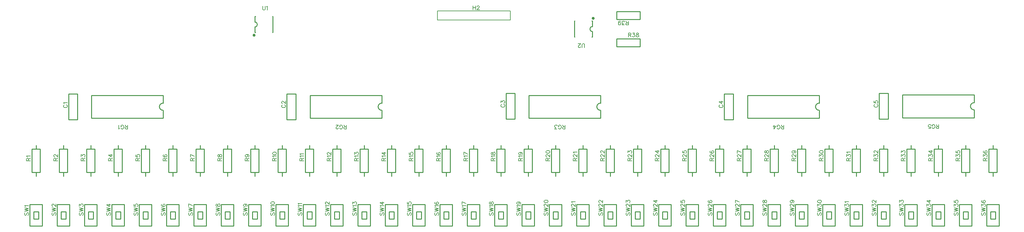
<source format=gto>
G04 Layer: TopSilkscreenLayer*
G04 EasyEDA v6.5.43, 2024-07-16 18:23:05*
G04 cb6e2e9fbd21486d88ae5690d2d3dc00,10*
G04 Gerber Generator version 0.2*
G04 Scale: 100 percent, Rotated: No, Reflected: No *
G04 Dimensions in inches *
G04 leading zeros omitted , absolute positions ,3 integer and 6 decimal *
%FSLAX36Y36*%
%MOIN*%

%ADD10C,0.0060*%
%ADD11C,0.0100*%
%ADD12C,0.0080*%
%ADD13C,0.0080*%
%ADD14C,0.0157*%
%ADD15C,0.0104*%

%LPD*%
D10*
X909817Y2315682D02*
G01*
X905726Y2313636D01*
X901635Y2309544D01*
X899591Y2305455D01*
X899591Y2297273D01*
X901635Y2293182D01*
X905726Y2289090D01*
X909817Y2287044D01*
X915955Y2285000D01*
X926181Y2285000D01*
X932317Y2287044D01*
X936409Y2289090D01*
X940500Y2293182D01*
X942545Y2297273D01*
X942545Y2305455D01*
X940500Y2309544D01*
X936409Y2313636D01*
X932317Y2315682D01*
X907772Y2329182D02*
G01*
X905726Y2333272D01*
X899591Y2339409D01*
X942545Y2339409D01*
X3304817Y2315682D02*
G01*
X3300726Y2313636D01*
X3296635Y2309544D01*
X3294591Y2305455D01*
X3294591Y2297273D01*
X3296635Y2293182D01*
X3300726Y2289090D01*
X3304817Y2287044D01*
X3310955Y2285000D01*
X3321181Y2285000D01*
X3327317Y2287044D01*
X3331409Y2289090D01*
X3335500Y2293182D01*
X3337545Y2297273D01*
X3337545Y2305455D01*
X3335500Y2309544D01*
X3331409Y2313636D01*
X3327317Y2315682D01*
X3304817Y2331226D02*
G01*
X3302772Y2331226D01*
X3298681Y2333272D01*
X3296635Y2335318D01*
X3294591Y2339409D01*
X3294591Y2347591D01*
X3296635Y2351682D01*
X3298681Y2353726D01*
X3302772Y2355772D01*
X3306863Y2355772D01*
X3310955Y2353726D01*
X3317091Y2349636D01*
X3337545Y2329182D01*
X3337545Y2357818D01*
X5709817Y2320682D02*
G01*
X5705726Y2318636D01*
X5701635Y2314544D01*
X5699591Y2310455D01*
X5699591Y2302273D01*
X5701635Y2298182D01*
X5705726Y2294090D01*
X5709817Y2292044D01*
X5715955Y2290000D01*
X5726181Y2290000D01*
X5732317Y2292044D01*
X5736409Y2294090D01*
X5740500Y2298182D01*
X5742545Y2302273D01*
X5742545Y2310455D01*
X5740500Y2314544D01*
X5736409Y2318636D01*
X5732317Y2320682D01*
X5699591Y2338272D02*
G01*
X5699591Y2360772D01*
X5715955Y2348499D01*
X5715955Y2354636D01*
X5718000Y2358726D01*
X5720045Y2360772D01*
X5726181Y2362818D01*
X5730272Y2362818D01*
X5736409Y2360772D01*
X5740500Y2356682D01*
X5742545Y2350545D01*
X5742545Y2344409D01*
X5740500Y2338272D01*
X5738455Y2336226D01*
X5734363Y2334182D01*
X8104817Y2315682D02*
G01*
X8100726Y2313636D01*
X8096635Y2309544D01*
X8094591Y2305455D01*
X8094591Y2297273D01*
X8096635Y2293182D01*
X8100726Y2289090D01*
X8104817Y2287044D01*
X8110955Y2285000D01*
X8121181Y2285000D01*
X8127317Y2287044D01*
X8131409Y2289090D01*
X8135500Y2293182D01*
X8137545Y2297273D01*
X8137545Y2305455D01*
X8135500Y2309544D01*
X8131409Y2313636D01*
X8127317Y2315682D01*
X8094591Y2349636D02*
G01*
X8123226Y2329182D01*
X8123226Y2359863D01*
X8094591Y2349636D02*
G01*
X8137545Y2349636D01*
X9804817Y2320682D02*
G01*
X9800726Y2318636D01*
X9796635Y2314544D01*
X9794591Y2310455D01*
X9794591Y2302273D01*
X9796635Y2298182D01*
X9800726Y2294090D01*
X9804817Y2292044D01*
X9810955Y2290000D01*
X9821181Y2290000D01*
X9827317Y2292044D01*
X9831409Y2294090D01*
X9835500Y2298182D01*
X9837545Y2302273D01*
X9837545Y2310455D01*
X9835500Y2314544D01*
X9831409Y2318636D01*
X9827317Y2320682D01*
X9794591Y2358726D02*
G01*
X9794591Y2338272D01*
X9813000Y2336226D01*
X9810955Y2338272D01*
X9808909Y2344409D01*
X9808909Y2350545D01*
X9810955Y2356682D01*
X9815045Y2360772D01*
X9821181Y2362818D01*
X9825272Y2362818D01*
X9831409Y2360772D01*
X9835500Y2356682D01*
X9837545Y2350545D01*
X9837545Y2344409D01*
X9835500Y2338272D01*
X9833455Y2336226D01*
X9829363Y2334182D01*
X494600Y1700000D02*
G01*
X537500Y1700000D01*
X494600Y1700000D02*
G01*
X494600Y1718400D01*
X496599Y1724499D01*
X498699Y1726599D01*
X502800Y1728600D01*
X506900Y1728600D01*
X510999Y1726599D01*
X513000Y1724499D01*
X515000Y1718400D01*
X515000Y1700000D01*
X515000Y1714299D02*
G01*
X537500Y1728600D01*
X502800Y1742100D02*
G01*
X500700Y1746199D01*
X494600Y1752399D01*
X537500Y1752399D01*
X794600Y1700000D02*
G01*
X837500Y1700000D01*
X794600Y1700000D02*
G01*
X794600Y1718400D01*
X796599Y1724499D01*
X798699Y1726599D01*
X802799Y1728600D01*
X806899Y1728600D01*
X811000Y1726599D01*
X813000Y1724499D01*
X815000Y1718400D01*
X815000Y1700000D01*
X815000Y1714299D02*
G01*
X837500Y1728600D01*
X804799Y1744200D02*
G01*
X802799Y1744200D01*
X798699Y1746199D01*
X796599Y1748299D01*
X794600Y1752399D01*
X794600Y1760500D01*
X796599Y1764600D01*
X798699Y1766700D01*
X802799Y1768699D01*
X806899Y1768699D01*
X811000Y1766700D01*
X817100Y1762600D01*
X837500Y1742100D01*
X837500Y1770799D01*
X1094600Y1700000D02*
G01*
X1137500Y1700000D01*
X1094600Y1700000D02*
G01*
X1094600Y1718400D01*
X1096599Y1724499D01*
X1098699Y1726599D01*
X1102799Y1728600D01*
X1106899Y1728600D01*
X1111000Y1726599D01*
X1113000Y1724499D01*
X1115000Y1718400D01*
X1115000Y1700000D01*
X1115000Y1714299D02*
G01*
X1137500Y1728600D01*
X1094600Y1746199D02*
G01*
X1094600Y1768699D01*
X1111000Y1756500D01*
X1111000Y1762600D01*
X1113000Y1766700D01*
X1115000Y1768699D01*
X1121199Y1770799D01*
X1125299Y1770799D01*
X1131400Y1768699D01*
X1135500Y1764600D01*
X1137500Y1758499D01*
X1137500Y1752399D01*
X1135500Y1746199D01*
X1133500Y1744200D01*
X1129399Y1742100D01*
X1394600Y1700000D02*
G01*
X1437500Y1700000D01*
X1394600Y1700000D02*
G01*
X1394600Y1718400D01*
X1396599Y1724499D01*
X1398699Y1726599D01*
X1402799Y1728600D01*
X1406899Y1728600D01*
X1411000Y1726599D01*
X1413000Y1724499D01*
X1415000Y1718400D01*
X1415000Y1700000D01*
X1415000Y1714299D02*
G01*
X1437500Y1728600D01*
X1394600Y1762600D02*
G01*
X1423199Y1742100D01*
X1423199Y1772800D01*
X1394600Y1762600D02*
G01*
X1437500Y1762600D01*
X1694600Y1700000D02*
G01*
X1737500Y1700000D01*
X1694600Y1700000D02*
G01*
X1694600Y1718400D01*
X1696599Y1724499D01*
X1698699Y1726599D01*
X1702799Y1728600D01*
X1706899Y1728600D01*
X1711000Y1726599D01*
X1713000Y1724499D01*
X1715000Y1718400D01*
X1715000Y1700000D01*
X1715000Y1714299D02*
G01*
X1737500Y1728600D01*
X1694600Y1766700D02*
G01*
X1694600Y1746199D01*
X1713000Y1744200D01*
X1711000Y1746199D01*
X1708900Y1752399D01*
X1708900Y1758499D01*
X1711000Y1764600D01*
X1715000Y1768699D01*
X1721199Y1770799D01*
X1725299Y1770799D01*
X1731400Y1768699D01*
X1735500Y1764600D01*
X1737500Y1758499D01*
X1737500Y1752399D01*
X1735500Y1746199D01*
X1733500Y1744200D01*
X1729399Y1742100D01*
X1994600Y1700000D02*
G01*
X2037500Y1700000D01*
X1994600Y1700000D02*
G01*
X1994600Y1718400D01*
X1996599Y1724499D01*
X1998699Y1726599D01*
X2002799Y1728600D01*
X2006899Y1728600D01*
X2011000Y1726599D01*
X2013000Y1724499D01*
X2015000Y1718400D01*
X2015000Y1700000D01*
X2015000Y1714299D02*
G01*
X2037500Y1728600D01*
X2000699Y1766700D02*
G01*
X1996599Y1764600D01*
X1994600Y1758499D01*
X1994600Y1754400D01*
X1996599Y1748299D01*
X2002799Y1744200D01*
X2013000Y1742100D01*
X2023199Y1742100D01*
X2031400Y1744200D01*
X2035500Y1748299D01*
X2037500Y1754400D01*
X2037500Y1756500D01*
X2035500Y1762600D01*
X2031400Y1766700D01*
X2025299Y1768699D01*
X2023199Y1768699D01*
X2017100Y1766700D01*
X2013000Y1762600D01*
X2011000Y1756500D01*
X2011000Y1754400D01*
X2013000Y1748299D01*
X2017100Y1744200D01*
X2023199Y1742100D01*
X2294600Y1700000D02*
G01*
X2337500Y1700000D01*
X2294600Y1700000D02*
G01*
X2294600Y1718400D01*
X2296599Y1724499D01*
X2298699Y1726599D01*
X2302799Y1728600D01*
X2306899Y1728600D01*
X2311000Y1726599D01*
X2313000Y1724499D01*
X2315000Y1718400D01*
X2315000Y1700000D01*
X2315000Y1714299D02*
G01*
X2337500Y1728600D01*
X2294600Y1770799D02*
G01*
X2337500Y1750300D01*
X2294600Y1742100D02*
G01*
X2294600Y1770799D01*
X2594600Y1700000D02*
G01*
X2637500Y1700000D01*
X2594600Y1700000D02*
G01*
X2594600Y1718400D01*
X2596599Y1724499D01*
X2598699Y1726599D01*
X2602799Y1728600D01*
X2606899Y1728600D01*
X2611000Y1726599D01*
X2613000Y1724499D01*
X2615000Y1718400D01*
X2615000Y1700000D01*
X2615000Y1714299D02*
G01*
X2637500Y1728600D01*
X2594600Y1752399D02*
G01*
X2596599Y1746199D01*
X2600699Y1744200D01*
X2604799Y1744200D01*
X2608900Y1746199D01*
X2611000Y1750300D01*
X2613000Y1758499D01*
X2615000Y1764600D01*
X2619099Y1768699D01*
X2623199Y1770799D01*
X2629399Y1770799D01*
X2633500Y1768699D01*
X2635500Y1766700D01*
X2637500Y1760500D01*
X2637500Y1752399D01*
X2635500Y1746199D01*
X2633500Y1744200D01*
X2629399Y1742100D01*
X2623199Y1742100D01*
X2619099Y1744200D01*
X2615000Y1748299D01*
X2613000Y1754400D01*
X2611000Y1762600D01*
X2608900Y1766700D01*
X2604799Y1768699D01*
X2600699Y1768699D01*
X2596599Y1766700D01*
X2594600Y1760500D01*
X2594600Y1752399D01*
X2894600Y1700000D02*
G01*
X2937500Y1700000D01*
X2894600Y1700000D02*
G01*
X2894600Y1718400D01*
X2896599Y1724499D01*
X2898699Y1726599D01*
X2902799Y1728600D01*
X2906899Y1728600D01*
X2911000Y1726599D01*
X2913000Y1724499D01*
X2915000Y1718400D01*
X2915000Y1700000D01*
X2915000Y1714299D02*
G01*
X2937500Y1728600D01*
X2908900Y1768699D02*
G01*
X2915000Y1766700D01*
X2919099Y1762600D01*
X2921199Y1756500D01*
X2921199Y1754400D01*
X2919099Y1748299D01*
X2915000Y1744200D01*
X2908900Y1742100D01*
X2906899Y1742100D01*
X2900699Y1744200D01*
X2896599Y1748299D01*
X2894600Y1754400D01*
X2894600Y1756500D01*
X2896599Y1762600D01*
X2900699Y1766700D01*
X2908900Y1768699D01*
X2919099Y1768699D01*
X2929399Y1766700D01*
X2935500Y1762600D01*
X2937500Y1756500D01*
X2937500Y1752399D01*
X2935500Y1746199D01*
X2931400Y1744200D01*
X3194600Y1700000D02*
G01*
X3237500Y1700000D01*
X3194600Y1700000D02*
G01*
X3194600Y1718400D01*
X3196599Y1724499D01*
X3198699Y1726599D01*
X3202799Y1728600D01*
X3206899Y1728600D01*
X3211000Y1726599D01*
X3213000Y1724499D01*
X3215000Y1718400D01*
X3215000Y1700000D01*
X3215000Y1714299D02*
G01*
X3237500Y1728600D01*
X3202799Y1742100D02*
G01*
X3200699Y1746199D01*
X3194600Y1752399D01*
X3237500Y1752399D01*
X3194600Y1778099D02*
G01*
X3196599Y1771999D01*
X3202799Y1767899D01*
X3213000Y1765900D01*
X3219099Y1765900D01*
X3229399Y1767899D01*
X3235500Y1771999D01*
X3237500Y1778099D01*
X3237500Y1782199D01*
X3235500Y1788400D01*
X3229399Y1792500D01*
X3219099Y1794499D01*
X3213000Y1794499D01*
X3202799Y1792500D01*
X3196599Y1788400D01*
X3194600Y1782199D01*
X3194600Y1778099D01*
X3494600Y1700000D02*
G01*
X3537500Y1700000D01*
X3494600Y1700000D02*
G01*
X3494600Y1718400D01*
X3496599Y1724499D01*
X3498699Y1726599D01*
X3502799Y1728600D01*
X3506899Y1728600D01*
X3511000Y1726599D01*
X3513000Y1724499D01*
X3515000Y1718400D01*
X3515000Y1700000D01*
X3515000Y1714299D02*
G01*
X3537500Y1728600D01*
X3502799Y1742100D02*
G01*
X3500699Y1746199D01*
X3494600Y1752399D01*
X3537500Y1752399D01*
X3502799Y1765900D02*
G01*
X3500699Y1770000D01*
X3494600Y1776100D01*
X3537500Y1776100D01*
X3794600Y1700000D02*
G01*
X3837500Y1700000D01*
X3794600Y1700000D02*
G01*
X3794600Y1718400D01*
X3796599Y1724499D01*
X3798699Y1726599D01*
X3802799Y1728600D01*
X3806899Y1728600D01*
X3811000Y1726599D01*
X3813000Y1724499D01*
X3815000Y1718400D01*
X3815000Y1700000D01*
X3815000Y1714299D02*
G01*
X3837500Y1728600D01*
X3802799Y1742100D02*
G01*
X3800699Y1746199D01*
X3794600Y1752399D01*
X3837500Y1752399D01*
X3804799Y1767899D02*
G01*
X3802799Y1767899D01*
X3798699Y1770000D01*
X3796599Y1771999D01*
X3794600Y1776100D01*
X3794600Y1784299D01*
X3796599Y1788400D01*
X3798699Y1790399D01*
X3802799Y1792500D01*
X3806899Y1792500D01*
X3811000Y1790399D01*
X3817100Y1786300D01*
X3837500Y1765900D01*
X3837500Y1794499D01*
X4094600Y1700000D02*
G01*
X4137500Y1700000D01*
X4094600Y1700000D02*
G01*
X4094600Y1718400D01*
X4096599Y1724499D01*
X4098699Y1726599D01*
X4102799Y1728600D01*
X4106899Y1728600D01*
X4111000Y1726599D01*
X4113000Y1724499D01*
X4115000Y1718400D01*
X4115000Y1700000D01*
X4115000Y1714299D02*
G01*
X4137500Y1728600D01*
X4102799Y1742100D02*
G01*
X4100699Y1746199D01*
X4094600Y1752399D01*
X4137500Y1752399D01*
X4094600Y1770000D02*
G01*
X4094600Y1792500D01*
X4111000Y1780199D01*
X4111000Y1786300D01*
X4113000Y1790399D01*
X4115000Y1792500D01*
X4121199Y1794499D01*
X4125299Y1794499D01*
X4131400Y1792500D01*
X4135500Y1788400D01*
X4137500Y1782199D01*
X4137500Y1776100D01*
X4135500Y1770000D01*
X4133500Y1767899D01*
X4129399Y1765900D01*
X4394600Y1700000D02*
G01*
X4437500Y1700000D01*
X4394600Y1700000D02*
G01*
X4394600Y1718400D01*
X4396599Y1724499D01*
X4398699Y1726599D01*
X4402799Y1728600D01*
X4406899Y1728600D01*
X4411000Y1726599D01*
X4413000Y1724499D01*
X4415000Y1718400D01*
X4415000Y1700000D01*
X4415000Y1714299D02*
G01*
X4437500Y1728600D01*
X4402799Y1742100D02*
G01*
X4400699Y1746199D01*
X4394600Y1752399D01*
X4437500Y1752399D01*
X4394600Y1786300D02*
G01*
X4423199Y1765900D01*
X4423199Y1796500D01*
X4394600Y1786300D02*
G01*
X4437500Y1786300D01*
X4694600Y1700000D02*
G01*
X4737500Y1700000D01*
X4694600Y1700000D02*
G01*
X4694600Y1718400D01*
X4696599Y1724499D01*
X4698699Y1726599D01*
X4702799Y1728600D01*
X4706899Y1728600D01*
X4711000Y1726599D01*
X4713000Y1724499D01*
X4715000Y1718400D01*
X4715000Y1700000D01*
X4715000Y1714299D02*
G01*
X4737500Y1728600D01*
X4702799Y1742100D02*
G01*
X4700699Y1746199D01*
X4694600Y1752399D01*
X4737500Y1752399D01*
X4694600Y1790399D02*
G01*
X4694600Y1770000D01*
X4713000Y1767899D01*
X4711000Y1770000D01*
X4708900Y1776100D01*
X4708900Y1782199D01*
X4711000Y1788400D01*
X4715000Y1792500D01*
X4721199Y1794499D01*
X4725299Y1794499D01*
X4731400Y1792500D01*
X4735500Y1788400D01*
X4737500Y1782199D01*
X4737500Y1776100D01*
X4735500Y1770000D01*
X4733500Y1767899D01*
X4729399Y1765900D01*
X4994600Y1700000D02*
G01*
X5037500Y1700000D01*
X4994600Y1700000D02*
G01*
X4994600Y1718400D01*
X4996599Y1724499D01*
X4998699Y1726599D01*
X5002799Y1728600D01*
X5006899Y1728600D01*
X5011000Y1726599D01*
X5013000Y1724499D01*
X5015000Y1718400D01*
X5015000Y1700000D01*
X5015000Y1714299D02*
G01*
X5037500Y1728600D01*
X5002799Y1742100D02*
G01*
X5000699Y1746199D01*
X4994600Y1752399D01*
X5037500Y1752399D01*
X5000699Y1790399D02*
G01*
X4996599Y1788400D01*
X4994600Y1782199D01*
X4994600Y1778099D01*
X4996599Y1771999D01*
X5002799Y1767899D01*
X5013000Y1765900D01*
X5023199Y1765900D01*
X5031400Y1767899D01*
X5035500Y1771999D01*
X5037500Y1778099D01*
X5037500Y1780199D01*
X5035500Y1786300D01*
X5031400Y1790399D01*
X5025299Y1792500D01*
X5023199Y1792500D01*
X5017100Y1790399D01*
X5013000Y1786300D01*
X5011000Y1780199D01*
X5011000Y1778099D01*
X5013000Y1771999D01*
X5017100Y1767899D01*
X5023199Y1765900D01*
X5294600Y1700000D02*
G01*
X5337500Y1700000D01*
X5294600Y1700000D02*
G01*
X5294600Y1718400D01*
X5296599Y1724499D01*
X5298699Y1726599D01*
X5302799Y1728600D01*
X5306899Y1728600D01*
X5311000Y1726599D01*
X5313000Y1724499D01*
X5315000Y1718400D01*
X5315000Y1700000D01*
X5315000Y1714299D02*
G01*
X5337500Y1728600D01*
X5302799Y1742100D02*
G01*
X5300699Y1746199D01*
X5294600Y1752399D01*
X5337500Y1752399D01*
X5294600Y1794499D02*
G01*
X5337500Y1774000D01*
X5294600Y1765900D02*
G01*
X5294600Y1794499D01*
X5594600Y1700000D02*
G01*
X5637500Y1700000D01*
X5594600Y1700000D02*
G01*
X5594600Y1718400D01*
X5596599Y1724499D01*
X5598699Y1726599D01*
X5602799Y1728600D01*
X5606899Y1728600D01*
X5611000Y1726599D01*
X5613000Y1724499D01*
X5615000Y1718400D01*
X5615000Y1700000D01*
X5615000Y1714299D02*
G01*
X5637500Y1728600D01*
X5602799Y1742100D02*
G01*
X5600699Y1746199D01*
X5594600Y1752399D01*
X5637500Y1752399D01*
X5594600Y1776100D02*
G01*
X5596599Y1770000D01*
X5600699Y1767899D01*
X5604799Y1767899D01*
X5608900Y1770000D01*
X5611000Y1774000D01*
X5613000Y1782199D01*
X5615000Y1788400D01*
X5619099Y1792500D01*
X5623199Y1794499D01*
X5629399Y1794499D01*
X5633500Y1792500D01*
X5635500Y1790399D01*
X5637500Y1784299D01*
X5637500Y1776100D01*
X5635500Y1770000D01*
X5633500Y1767899D01*
X5629399Y1765900D01*
X5623199Y1765900D01*
X5619099Y1767899D01*
X5615000Y1771999D01*
X5613000Y1778099D01*
X5611000Y1786300D01*
X5608900Y1790399D01*
X5604799Y1792500D01*
X5600699Y1792500D01*
X5596599Y1790399D01*
X5594600Y1784299D01*
X5594600Y1776100D01*
X5894600Y1700000D02*
G01*
X5937500Y1700000D01*
X5894600Y1700000D02*
G01*
X5894600Y1718400D01*
X5896599Y1724499D01*
X5898699Y1726599D01*
X5902799Y1728600D01*
X5906899Y1728600D01*
X5911000Y1726599D01*
X5913000Y1724499D01*
X5915000Y1718400D01*
X5915000Y1700000D01*
X5915000Y1714299D02*
G01*
X5937500Y1728600D01*
X5902799Y1742100D02*
G01*
X5900699Y1746199D01*
X5894600Y1752399D01*
X5937500Y1752399D01*
X5908900Y1792500D02*
G01*
X5915000Y1790399D01*
X5919099Y1786300D01*
X5921199Y1780199D01*
X5921199Y1778099D01*
X5919099Y1771999D01*
X5915000Y1767899D01*
X5908900Y1765900D01*
X5906899Y1765900D01*
X5900699Y1767899D01*
X5896599Y1771999D01*
X5894600Y1778099D01*
X5894600Y1780199D01*
X5896599Y1786300D01*
X5900699Y1790399D01*
X5908900Y1792500D01*
X5919099Y1792500D01*
X5929399Y1790399D01*
X5935500Y1786300D01*
X5937500Y1780199D01*
X5937500Y1776100D01*
X5935500Y1770000D01*
X5931400Y1767899D01*
X6194600Y1700000D02*
G01*
X6237500Y1700000D01*
X6194600Y1700000D02*
G01*
X6194600Y1718400D01*
X6196599Y1724499D01*
X6198699Y1726599D01*
X6202799Y1728600D01*
X6206899Y1728600D01*
X6211000Y1726599D01*
X6213000Y1724499D01*
X6215000Y1718400D01*
X6215000Y1700000D01*
X6215000Y1714299D02*
G01*
X6237500Y1728600D01*
X6204799Y1744200D02*
G01*
X6202799Y1744200D01*
X6198699Y1746199D01*
X6196599Y1748299D01*
X6194600Y1752399D01*
X6194600Y1760500D01*
X6196599Y1764600D01*
X6198699Y1766700D01*
X6202799Y1768699D01*
X6206899Y1768699D01*
X6211000Y1766700D01*
X6217100Y1762600D01*
X6237500Y1742100D01*
X6237500Y1770799D01*
X6194600Y1796500D02*
G01*
X6196599Y1790399D01*
X6202799Y1786300D01*
X6213000Y1784299D01*
X6219099Y1784299D01*
X6229399Y1786300D01*
X6235500Y1790399D01*
X6237500Y1796500D01*
X6237500Y1800599D01*
X6235500Y1806799D01*
X6229399Y1810900D01*
X6219099Y1812899D01*
X6213000Y1812899D01*
X6202799Y1810900D01*
X6196599Y1806799D01*
X6194600Y1800599D01*
X6194600Y1796500D01*
X6494600Y1700000D02*
G01*
X6537500Y1700000D01*
X6494600Y1700000D02*
G01*
X6494600Y1718400D01*
X6496599Y1724499D01*
X6498699Y1726599D01*
X6502799Y1728600D01*
X6506899Y1728600D01*
X6511000Y1726599D01*
X6513000Y1724499D01*
X6515000Y1718400D01*
X6515000Y1700000D01*
X6515000Y1714299D02*
G01*
X6537500Y1728600D01*
X6504799Y1744200D02*
G01*
X6502799Y1744200D01*
X6498699Y1746199D01*
X6496599Y1748299D01*
X6494600Y1752399D01*
X6494600Y1760500D01*
X6496599Y1764600D01*
X6498699Y1766700D01*
X6502799Y1768699D01*
X6506899Y1768699D01*
X6511000Y1766700D01*
X6517100Y1762600D01*
X6537500Y1742100D01*
X6537500Y1770799D01*
X6502799Y1784299D02*
G01*
X6500699Y1788400D01*
X6494600Y1794499D01*
X6537500Y1794499D01*
X6794600Y1700000D02*
G01*
X6837500Y1700000D01*
X6794600Y1700000D02*
G01*
X6794600Y1718400D01*
X6796599Y1724499D01*
X6798699Y1726599D01*
X6802799Y1728600D01*
X6806899Y1728600D01*
X6811000Y1726599D01*
X6813000Y1724499D01*
X6815000Y1718400D01*
X6815000Y1700000D01*
X6815000Y1714299D02*
G01*
X6837500Y1728600D01*
X6804799Y1744200D02*
G01*
X6802799Y1744200D01*
X6798699Y1746199D01*
X6796599Y1748299D01*
X6794600Y1752399D01*
X6794600Y1760500D01*
X6796599Y1764600D01*
X6798699Y1766700D01*
X6802799Y1768699D01*
X6806899Y1768699D01*
X6811000Y1766700D01*
X6817100Y1762600D01*
X6837500Y1742100D01*
X6837500Y1770799D01*
X6804799Y1786300D02*
G01*
X6802799Y1786300D01*
X6798699Y1788400D01*
X6796599Y1790399D01*
X6794600Y1794499D01*
X6794600Y1802699D01*
X6796599Y1806799D01*
X6798699Y1808800D01*
X6802799Y1810900D01*
X6806899Y1810900D01*
X6811000Y1808800D01*
X6817100Y1804699D01*
X6837500Y1784299D01*
X6837500Y1812899D01*
X7094600Y1700000D02*
G01*
X7137500Y1700000D01*
X7094600Y1700000D02*
G01*
X7094600Y1718400D01*
X7096599Y1724499D01*
X7098699Y1726599D01*
X7102799Y1728600D01*
X7106899Y1728600D01*
X7111000Y1726599D01*
X7113000Y1724499D01*
X7115000Y1718400D01*
X7115000Y1700000D01*
X7115000Y1714299D02*
G01*
X7137500Y1728600D01*
X7104799Y1744200D02*
G01*
X7102799Y1744200D01*
X7098699Y1746199D01*
X7096599Y1748299D01*
X7094600Y1752399D01*
X7094600Y1760500D01*
X7096599Y1764600D01*
X7098699Y1766700D01*
X7102799Y1768699D01*
X7106899Y1768699D01*
X7111000Y1766700D01*
X7117100Y1762600D01*
X7137500Y1742100D01*
X7137500Y1770799D01*
X7094600Y1788400D02*
G01*
X7094600Y1810900D01*
X7111000Y1798600D01*
X7111000Y1804699D01*
X7113000Y1808800D01*
X7115000Y1810900D01*
X7121199Y1812899D01*
X7125299Y1812899D01*
X7131400Y1810900D01*
X7135500Y1806799D01*
X7137500Y1800599D01*
X7137500Y1794499D01*
X7135500Y1788400D01*
X7133500Y1786300D01*
X7129399Y1784299D01*
X7394600Y1700000D02*
G01*
X7437500Y1700000D01*
X7394600Y1700000D02*
G01*
X7394600Y1718400D01*
X7396599Y1724499D01*
X7398699Y1726599D01*
X7402799Y1728600D01*
X7406899Y1728600D01*
X7411000Y1726599D01*
X7413000Y1724499D01*
X7415000Y1718400D01*
X7415000Y1700000D01*
X7415000Y1714299D02*
G01*
X7437500Y1728600D01*
X7404799Y1744200D02*
G01*
X7402799Y1744200D01*
X7398699Y1746199D01*
X7396599Y1748299D01*
X7394600Y1752399D01*
X7394600Y1760500D01*
X7396599Y1764600D01*
X7398699Y1766700D01*
X7402799Y1768699D01*
X7406899Y1768699D01*
X7411000Y1766700D01*
X7417100Y1762600D01*
X7437500Y1742100D01*
X7437500Y1770799D01*
X7394600Y1804699D02*
G01*
X7423199Y1784299D01*
X7423199Y1815000D01*
X7394600Y1804699D02*
G01*
X7437500Y1804699D01*
X7694600Y1700000D02*
G01*
X7737500Y1700000D01*
X7694600Y1700000D02*
G01*
X7694600Y1718400D01*
X7696599Y1724499D01*
X7698699Y1726599D01*
X7702799Y1728600D01*
X7706899Y1728600D01*
X7711000Y1726599D01*
X7713000Y1724499D01*
X7715000Y1718400D01*
X7715000Y1700000D01*
X7715000Y1714299D02*
G01*
X7737500Y1728600D01*
X7704799Y1744200D02*
G01*
X7702799Y1744200D01*
X7698699Y1746199D01*
X7696599Y1748299D01*
X7694600Y1752399D01*
X7694600Y1760500D01*
X7696599Y1764600D01*
X7698699Y1766700D01*
X7702799Y1768699D01*
X7706899Y1768699D01*
X7711000Y1766700D01*
X7717100Y1762600D01*
X7737500Y1742100D01*
X7737500Y1770799D01*
X7694600Y1808800D02*
G01*
X7694600Y1788400D01*
X7713000Y1786300D01*
X7711000Y1788400D01*
X7708900Y1794499D01*
X7708900Y1800599D01*
X7711000Y1806799D01*
X7715000Y1810900D01*
X7721199Y1812899D01*
X7725299Y1812899D01*
X7731400Y1810900D01*
X7735500Y1806799D01*
X7737500Y1800599D01*
X7737500Y1794499D01*
X7735500Y1788400D01*
X7733500Y1786300D01*
X7729399Y1784299D01*
X7994600Y1700000D02*
G01*
X8037500Y1700000D01*
X7994600Y1700000D02*
G01*
X7994600Y1718400D01*
X7996599Y1724499D01*
X7998699Y1726599D01*
X8002799Y1728600D01*
X8006899Y1728600D01*
X8011000Y1726599D01*
X8013000Y1724499D01*
X8015000Y1718400D01*
X8015000Y1700000D01*
X8015000Y1714299D02*
G01*
X8037500Y1728600D01*
X8004799Y1744200D02*
G01*
X8002799Y1744200D01*
X7998699Y1746199D01*
X7996599Y1748299D01*
X7994600Y1752399D01*
X7994600Y1760500D01*
X7996599Y1764600D01*
X7998699Y1766700D01*
X8002799Y1768699D01*
X8006899Y1768699D01*
X8011000Y1766700D01*
X8017100Y1762600D01*
X8037500Y1742100D01*
X8037500Y1770799D01*
X8000699Y1808800D02*
G01*
X7996599Y1806799D01*
X7994600Y1800599D01*
X7994600Y1796500D01*
X7996599Y1790399D01*
X8002799Y1786300D01*
X8013000Y1784299D01*
X8023199Y1784299D01*
X8031400Y1786300D01*
X8035500Y1790399D01*
X8037500Y1796500D01*
X8037500Y1798600D01*
X8035500Y1804699D01*
X8031400Y1808800D01*
X8025299Y1810900D01*
X8023199Y1810900D01*
X8017100Y1808800D01*
X8013000Y1804699D01*
X8011000Y1798600D01*
X8011000Y1796500D01*
X8013000Y1790399D01*
X8017100Y1786300D01*
X8023199Y1784299D01*
X8294600Y1700000D02*
G01*
X8337500Y1700000D01*
X8294600Y1700000D02*
G01*
X8294600Y1718400D01*
X8296599Y1724499D01*
X8298699Y1726599D01*
X8302799Y1728600D01*
X8306899Y1728600D01*
X8311000Y1726599D01*
X8313000Y1724499D01*
X8315000Y1718400D01*
X8315000Y1700000D01*
X8315000Y1714299D02*
G01*
X8337500Y1728600D01*
X8304799Y1744200D02*
G01*
X8302799Y1744200D01*
X8298699Y1746199D01*
X8296599Y1748299D01*
X8294600Y1752399D01*
X8294600Y1760500D01*
X8296599Y1764600D01*
X8298699Y1766700D01*
X8302799Y1768699D01*
X8306899Y1768699D01*
X8311000Y1766700D01*
X8317100Y1762600D01*
X8337500Y1742100D01*
X8337500Y1770799D01*
X8294600Y1812899D02*
G01*
X8337500Y1792500D01*
X8294600Y1784299D02*
G01*
X8294600Y1812899D01*
X8594600Y1700000D02*
G01*
X8637500Y1700000D01*
X8594600Y1700000D02*
G01*
X8594600Y1718400D01*
X8596599Y1724499D01*
X8598699Y1726599D01*
X8602799Y1728600D01*
X8606899Y1728600D01*
X8611000Y1726599D01*
X8613000Y1724499D01*
X8615000Y1718400D01*
X8615000Y1700000D01*
X8615000Y1714299D02*
G01*
X8637500Y1728600D01*
X8604799Y1744200D02*
G01*
X8602799Y1744200D01*
X8598699Y1746199D01*
X8596599Y1748299D01*
X8594600Y1752399D01*
X8594600Y1760500D01*
X8596599Y1764600D01*
X8598699Y1766700D01*
X8602799Y1768699D01*
X8606899Y1768699D01*
X8611000Y1766700D01*
X8617100Y1762600D01*
X8637500Y1742100D01*
X8637500Y1770799D01*
X8594600Y1794499D02*
G01*
X8596599Y1788400D01*
X8600699Y1786300D01*
X8604799Y1786300D01*
X8608900Y1788400D01*
X8611000Y1792500D01*
X8613000Y1800599D01*
X8615000Y1806799D01*
X8619099Y1810900D01*
X8623199Y1812899D01*
X8629399Y1812899D01*
X8633500Y1810900D01*
X8635500Y1808800D01*
X8637500Y1802699D01*
X8637500Y1794499D01*
X8635500Y1788400D01*
X8633500Y1786300D01*
X8629399Y1784299D01*
X8623199Y1784299D01*
X8619099Y1786300D01*
X8615000Y1790399D01*
X8613000Y1796500D01*
X8611000Y1804699D01*
X8608900Y1808800D01*
X8604799Y1810900D01*
X8600699Y1810900D01*
X8596599Y1808800D01*
X8594600Y1802699D01*
X8594600Y1794499D01*
X8894600Y1700000D02*
G01*
X8937500Y1700000D01*
X8894600Y1700000D02*
G01*
X8894600Y1718400D01*
X8896599Y1724499D01*
X8898699Y1726599D01*
X8902799Y1728600D01*
X8906899Y1728600D01*
X8911000Y1726599D01*
X8913000Y1724499D01*
X8915000Y1718400D01*
X8915000Y1700000D01*
X8915000Y1714299D02*
G01*
X8937500Y1728600D01*
X8904799Y1744200D02*
G01*
X8902799Y1744200D01*
X8898699Y1746199D01*
X8896599Y1748299D01*
X8894600Y1752399D01*
X8894600Y1760500D01*
X8896599Y1764600D01*
X8898699Y1766700D01*
X8902799Y1768699D01*
X8906899Y1768699D01*
X8911000Y1766700D01*
X8917100Y1762600D01*
X8937500Y1742100D01*
X8937500Y1770799D01*
X8908900Y1810900D02*
G01*
X8915000Y1808800D01*
X8919099Y1804699D01*
X8921199Y1798600D01*
X8921199Y1796500D01*
X8919099Y1790399D01*
X8915000Y1786300D01*
X8908900Y1784299D01*
X8906899Y1784299D01*
X8900699Y1786300D01*
X8896599Y1790399D01*
X8894600Y1796500D01*
X8894600Y1798600D01*
X8896599Y1804699D01*
X8900699Y1808800D01*
X8908900Y1810900D01*
X8919099Y1810900D01*
X8929399Y1808800D01*
X8935500Y1804699D01*
X8937500Y1798600D01*
X8937500Y1794499D01*
X8935500Y1788400D01*
X8931400Y1786300D01*
X9194600Y1700000D02*
G01*
X9237500Y1700000D01*
X9194600Y1700000D02*
G01*
X9194600Y1718400D01*
X9196599Y1724499D01*
X9198699Y1726599D01*
X9202799Y1728600D01*
X9206899Y1728600D01*
X9211000Y1726599D01*
X9213000Y1724499D01*
X9215000Y1718400D01*
X9215000Y1700000D01*
X9215000Y1714299D02*
G01*
X9237500Y1728600D01*
X9194600Y1746199D02*
G01*
X9194600Y1768699D01*
X9211000Y1756500D01*
X9211000Y1762600D01*
X9213000Y1766700D01*
X9215000Y1768699D01*
X9221199Y1770799D01*
X9225299Y1770799D01*
X9231400Y1768699D01*
X9235500Y1764600D01*
X9237500Y1758499D01*
X9237500Y1752399D01*
X9235500Y1746199D01*
X9233500Y1744200D01*
X9229399Y1742100D01*
X9194600Y1796500D02*
G01*
X9196599Y1790399D01*
X9202799Y1786300D01*
X9213000Y1784299D01*
X9219099Y1784299D01*
X9229399Y1786300D01*
X9235500Y1790399D01*
X9237500Y1796500D01*
X9237500Y1800599D01*
X9235500Y1806799D01*
X9229399Y1810900D01*
X9219099Y1812899D01*
X9213000Y1812899D01*
X9202799Y1810900D01*
X9196599Y1806799D01*
X9194600Y1800599D01*
X9194600Y1796500D01*
X9494600Y1700000D02*
G01*
X9537500Y1700000D01*
X9494600Y1700000D02*
G01*
X9494600Y1718400D01*
X9496599Y1724499D01*
X9498699Y1726599D01*
X9502799Y1728600D01*
X9506899Y1728600D01*
X9511000Y1726599D01*
X9513000Y1724499D01*
X9515000Y1718400D01*
X9515000Y1700000D01*
X9515000Y1714299D02*
G01*
X9537500Y1728600D01*
X9494600Y1746199D02*
G01*
X9494600Y1768699D01*
X9511000Y1756500D01*
X9511000Y1762600D01*
X9513000Y1766700D01*
X9515000Y1768699D01*
X9521199Y1770799D01*
X9525299Y1770799D01*
X9531400Y1768699D01*
X9535500Y1764600D01*
X9537500Y1758499D01*
X9537500Y1752399D01*
X9535500Y1746199D01*
X9533500Y1744200D01*
X9529399Y1742100D01*
X9502799Y1784299D02*
G01*
X9500699Y1788400D01*
X9494600Y1794499D01*
X9537500Y1794499D01*
X9794600Y1700000D02*
G01*
X9837500Y1700000D01*
X9794600Y1700000D02*
G01*
X9794600Y1718400D01*
X9796599Y1724499D01*
X9798699Y1726599D01*
X9802799Y1728600D01*
X9806899Y1728600D01*
X9811000Y1726599D01*
X9813000Y1724499D01*
X9815000Y1718400D01*
X9815000Y1700000D01*
X9815000Y1714299D02*
G01*
X9837500Y1728600D01*
X9794600Y1746199D02*
G01*
X9794600Y1768699D01*
X9811000Y1756500D01*
X9811000Y1762600D01*
X9813000Y1766700D01*
X9815000Y1768699D01*
X9821199Y1770799D01*
X9825299Y1770799D01*
X9831400Y1768699D01*
X9835500Y1764600D01*
X9837500Y1758499D01*
X9837500Y1752399D01*
X9835500Y1746199D01*
X9833500Y1744200D01*
X9829399Y1742100D01*
X9804799Y1786300D02*
G01*
X9802799Y1786300D01*
X9798699Y1788400D01*
X9796599Y1790399D01*
X9794600Y1794499D01*
X9794600Y1802699D01*
X9796599Y1806799D01*
X9798699Y1808800D01*
X9802799Y1810900D01*
X9806899Y1810900D01*
X9811000Y1808800D01*
X9817100Y1804699D01*
X9837500Y1784299D01*
X9837500Y1812899D01*
X480700Y1128600D02*
G01*
X476599Y1124499D01*
X474600Y1118400D01*
X474600Y1110199D01*
X476599Y1104099D01*
X480700Y1100000D01*
X484800Y1100000D01*
X488899Y1101999D01*
X490999Y1104099D01*
X493000Y1108200D01*
X497100Y1120500D01*
X499099Y1124499D01*
X501199Y1126599D01*
X505300Y1128600D01*
X511399Y1128600D01*
X515500Y1124499D01*
X517500Y1118400D01*
X517500Y1110199D01*
X515500Y1104099D01*
X511399Y1100000D01*
X474600Y1142100D02*
G01*
X517500Y1152399D01*
X474600Y1162600D02*
G01*
X517500Y1152399D01*
X474600Y1162600D02*
G01*
X517500Y1172800D01*
X474600Y1183000D02*
G01*
X517500Y1172800D01*
X482800Y1196500D02*
G01*
X480700Y1200599D01*
X474600Y1206799D01*
X517500Y1206799D01*
X780699Y1128600D02*
G01*
X776599Y1124499D01*
X774600Y1118400D01*
X774600Y1110199D01*
X776599Y1104099D01*
X780699Y1100000D01*
X784799Y1100000D01*
X788900Y1101999D01*
X791000Y1104099D01*
X793000Y1108200D01*
X797100Y1120500D01*
X799099Y1124499D01*
X801199Y1126599D01*
X805299Y1128600D01*
X811400Y1128600D01*
X815500Y1124499D01*
X817500Y1118400D01*
X817500Y1110199D01*
X815500Y1104099D01*
X811400Y1100000D01*
X774600Y1142100D02*
G01*
X817500Y1152399D01*
X774600Y1162600D02*
G01*
X817500Y1152399D01*
X774600Y1162600D02*
G01*
X817500Y1172800D01*
X774600Y1183000D02*
G01*
X817500Y1172800D01*
X784799Y1198600D02*
G01*
X782799Y1198600D01*
X778699Y1200599D01*
X776599Y1202699D01*
X774600Y1206799D01*
X774600Y1215000D01*
X776599Y1219000D01*
X778699Y1221100D01*
X782799Y1223099D01*
X786899Y1223099D01*
X791000Y1221100D01*
X797100Y1216999D01*
X817500Y1196500D01*
X817500Y1225199D01*
X1080699Y1128600D02*
G01*
X1076599Y1124499D01*
X1074600Y1118400D01*
X1074600Y1110199D01*
X1076599Y1104099D01*
X1080699Y1100000D01*
X1084799Y1100000D01*
X1088900Y1101999D01*
X1091000Y1104099D01*
X1093000Y1108200D01*
X1097100Y1120500D01*
X1099099Y1124499D01*
X1101199Y1126599D01*
X1105299Y1128600D01*
X1111400Y1128600D01*
X1115500Y1124499D01*
X1117500Y1118400D01*
X1117500Y1110199D01*
X1115500Y1104099D01*
X1111400Y1100000D01*
X1074600Y1142100D02*
G01*
X1117500Y1152399D01*
X1074600Y1162600D02*
G01*
X1117500Y1152399D01*
X1074600Y1162600D02*
G01*
X1117500Y1172800D01*
X1074600Y1183000D02*
G01*
X1117500Y1172800D01*
X1074600Y1200599D02*
G01*
X1074600Y1223099D01*
X1091000Y1210900D01*
X1091000Y1216999D01*
X1093000Y1221100D01*
X1095000Y1223099D01*
X1101199Y1225199D01*
X1105299Y1225199D01*
X1111400Y1223099D01*
X1115500Y1219000D01*
X1117500Y1212899D01*
X1117500Y1206799D01*
X1115500Y1200599D01*
X1113500Y1198600D01*
X1109399Y1196500D01*
X1380699Y1128600D02*
G01*
X1376599Y1124499D01*
X1374600Y1118400D01*
X1374600Y1110199D01*
X1376599Y1104099D01*
X1380699Y1100000D01*
X1384799Y1100000D01*
X1388900Y1101999D01*
X1391000Y1104099D01*
X1393000Y1108200D01*
X1397100Y1120500D01*
X1399099Y1124499D01*
X1401199Y1126599D01*
X1405299Y1128600D01*
X1411400Y1128600D01*
X1415500Y1124499D01*
X1417500Y1118400D01*
X1417500Y1110199D01*
X1415500Y1104099D01*
X1411400Y1100000D01*
X1374600Y1142100D02*
G01*
X1417500Y1152399D01*
X1374600Y1162600D02*
G01*
X1417500Y1152399D01*
X1374600Y1162600D02*
G01*
X1417500Y1172800D01*
X1374600Y1183000D02*
G01*
X1417500Y1172800D01*
X1374600Y1216999D02*
G01*
X1403199Y1196500D01*
X1403199Y1227199D01*
X1374600Y1216999D02*
G01*
X1417500Y1216999D01*
X1680699Y1128600D02*
G01*
X1676599Y1124499D01*
X1674600Y1118400D01*
X1674600Y1110199D01*
X1676599Y1104099D01*
X1680699Y1100000D01*
X1684799Y1100000D01*
X1688900Y1101999D01*
X1691000Y1104099D01*
X1693000Y1108200D01*
X1697100Y1120500D01*
X1699099Y1124499D01*
X1701199Y1126599D01*
X1705299Y1128600D01*
X1711400Y1128600D01*
X1715500Y1124499D01*
X1717500Y1118400D01*
X1717500Y1110199D01*
X1715500Y1104099D01*
X1711400Y1100000D01*
X1674600Y1142100D02*
G01*
X1717500Y1152399D01*
X1674600Y1162600D02*
G01*
X1717500Y1152399D01*
X1674600Y1162600D02*
G01*
X1717500Y1172800D01*
X1674600Y1183000D02*
G01*
X1717500Y1172800D01*
X1674600Y1221100D02*
G01*
X1674600Y1200599D01*
X1693000Y1198600D01*
X1691000Y1200599D01*
X1688900Y1206799D01*
X1688900Y1212899D01*
X1691000Y1219000D01*
X1695000Y1223099D01*
X1701199Y1225199D01*
X1705299Y1225199D01*
X1711400Y1223099D01*
X1715500Y1219000D01*
X1717500Y1212899D01*
X1717500Y1206799D01*
X1715500Y1200599D01*
X1713500Y1198600D01*
X1709399Y1196500D01*
X1980699Y1128600D02*
G01*
X1976599Y1124499D01*
X1974600Y1118400D01*
X1974600Y1110199D01*
X1976599Y1104099D01*
X1980699Y1100000D01*
X1984799Y1100000D01*
X1988900Y1101999D01*
X1991000Y1104099D01*
X1993000Y1108200D01*
X1997100Y1120500D01*
X1999099Y1124499D01*
X2001199Y1126599D01*
X2005299Y1128600D01*
X2011400Y1128600D01*
X2015500Y1124499D01*
X2017500Y1118400D01*
X2017500Y1110199D01*
X2015500Y1104099D01*
X2011400Y1100000D01*
X1974600Y1142100D02*
G01*
X2017500Y1152399D01*
X1974600Y1162600D02*
G01*
X2017500Y1152399D01*
X1974600Y1162600D02*
G01*
X2017500Y1172800D01*
X1974600Y1183000D02*
G01*
X2017500Y1172800D01*
X1980699Y1221100D02*
G01*
X1976599Y1219000D01*
X1974600Y1212899D01*
X1974600Y1208800D01*
X1976599Y1202699D01*
X1982799Y1198600D01*
X1993000Y1196500D01*
X2003199Y1196500D01*
X2011400Y1198600D01*
X2015500Y1202699D01*
X2017500Y1208800D01*
X2017500Y1210900D01*
X2015500Y1216999D01*
X2011400Y1221100D01*
X2005299Y1223099D01*
X2003199Y1223099D01*
X1997100Y1221100D01*
X1993000Y1216999D01*
X1991000Y1210900D01*
X1991000Y1208800D01*
X1993000Y1202699D01*
X1997100Y1198600D01*
X2003199Y1196500D01*
X2280699Y1128600D02*
G01*
X2276599Y1124499D01*
X2274600Y1118400D01*
X2274600Y1110199D01*
X2276599Y1104099D01*
X2280699Y1100000D01*
X2284799Y1100000D01*
X2288900Y1101999D01*
X2291000Y1104099D01*
X2293000Y1108200D01*
X2297100Y1120500D01*
X2299099Y1124499D01*
X2301199Y1126599D01*
X2305299Y1128600D01*
X2311400Y1128600D01*
X2315500Y1124499D01*
X2317500Y1118400D01*
X2317500Y1110199D01*
X2315500Y1104099D01*
X2311400Y1100000D01*
X2274600Y1142100D02*
G01*
X2317500Y1152399D01*
X2274600Y1162600D02*
G01*
X2317500Y1152399D01*
X2274600Y1162600D02*
G01*
X2317500Y1172800D01*
X2274600Y1183000D02*
G01*
X2317500Y1172800D01*
X2274600Y1225199D02*
G01*
X2317500Y1204699D01*
X2274600Y1196500D02*
G01*
X2274600Y1225199D01*
X2580699Y1128600D02*
G01*
X2576599Y1124499D01*
X2574600Y1118400D01*
X2574600Y1110199D01*
X2576599Y1104099D01*
X2580699Y1100000D01*
X2584799Y1100000D01*
X2588900Y1101999D01*
X2591000Y1104099D01*
X2593000Y1108200D01*
X2597100Y1120500D01*
X2599099Y1124499D01*
X2601199Y1126599D01*
X2605299Y1128600D01*
X2611400Y1128600D01*
X2615500Y1124499D01*
X2617500Y1118400D01*
X2617500Y1110199D01*
X2615500Y1104099D01*
X2611400Y1100000D01*
X2574600Y1142100D02*
G01*
X2617500Y1152399D01*
X2574600Y1162600D02*
G01*
X2617500Y1152399D01*
X2574600Y1162600D02*
G01*
X2617500Y1172800D01*
X2574600Y1183000D02*
G01*
X2617500Y1172800D01*
X2574600Y1206799D02*
G01*
X2576599Y1200599D01*
X2580699Y1198600D01*
X2584799Y1198600D01*
X2588900Y1200599D01*
X2591000Y1204699D01*
X2593000Y1212899D01*
X2595000Y1219000D01*
X2599099Y1223099D01*
X2603199Y1225199D01*
X2609399Y1225199D01*
X2613500Y1223099D01*
X2615500Y1221100D01*
X2617500Y1215000D01*
X2617500Y1206799D01*
X2615500Y1200599D01*
X2613500Y1198600D01*
X2609399Y1196500D01*
X2603199Y1196500D01*
X2599099Y1198600D01*
X2595000Y1202699D01*
X2593000Y1208800D01*
X2591000Y1216999D01*
X2588900Y1221100D01*
X2584799Y1223099D01*
X2580699Y1223099D01*
X2576599Y1221100D01*
X2574600Y1215000D01*
X2574600Y1206799D01*
X2880699Y1128600D02*
G01*
X2876599Y1124499D01*
X2874600Y1118400D01*
X2874600Y1110199D01*
X2876599Y1104099D01*
X2880699Y1100000D01*
X2884799Y1100000D01*
X2888900Y1101999D01*
X2891000Y1104099D01*
X2893000Y1108200D01*
X2897100Y1120500D01*
X2899099Y1124499D01*
X2901199Y1126599D01*
X2905299Y1128600D01*
X2911400Y1128600D01*
X2915500Y1124499D01*
X2917500Y1118400D01*
X2917500Y1110199D01*
X2915500Y1104099D01*
X2911400Y1100000D01*
X2874600Y1142100D02*
G01*
X2917500Y1152399D01*
X2874600Y1162600D02*
G01*
X2917500Y1152399D01*
X2874600Y1162600D02*
G01*
X2917500Y1172800D01*
X2874600Y1183000D02*
G01*
X2917500Y1172800D01*
X2888900Y1223099D02*
G01*
X2895000Y1221100D01*
X2899099Y1216999D01*
X2901199Y1210900D01*
X2901199Y1208800D01*
X2899099Y1202699D01*
X2895000Y1198600D01*
X2888900Y1196500D01*
X2886899Y1196500D01*
X2880699Y1198600D01*
X2876599Y1202699D01*
X2874600Y1208800D01*
X2874600Y1210900D01*
X2876599Y1216999D01*
X2880699Y1221100D01*
X2888900Y1223099D01*
X2899099Y1223099D01*
X2909399Y1221100D01*
X2915500Y1216999D01*
X2917500Y1210900D01*
X2917500Y1206799D01*
X2915500Y1200599D01*
X2911400Y1198600D01*
X3180699Y1128600D02*
G01*
X3176599Y1124499D01*
X3174600Y1118400D01*
X3174600Y1110199D01*
X3176599Y1104099D01*
X3180699Y1100000D01*
X3184799Y1100000D01*
X3188900Y1101999D01*
X3191000Y1104099D01*
X3193000Y1108200D01*
X3197100Y1120500D01*
X3199099Y1124499D01*
X3201199Y1126599D01*
X3205299Y1128600D01*
X3211400Y1128600D01*
X3215500Y1124499D01*
X3217500Y1118400D01*
X3217500Y1110199D01*
X3215500Y1104099D01*
X3211400Y1100000D01*
X3174600Y1142100D02*
G01*
X3217500Y1152399D01*
X3174600Y1162600D02*
G01*
X3217500Y1152399D01*
X3174600Y1162600D02*
G01*
X3217500Y1172800D01*
X3174600Y1183000D02*
G01*
X3217500Y1172800D01*
X3182799Y1196500D02*
G01*
X3180699Y1200599D01*
X3174600Y1206799D01*
X3217500Y1206799D01*
X3174600Y1232500D02*
G01*
X3176599Y1226399D01*
X3182799Y1222300D01*
X3193000Y1220300D01*
X3199099Y1220300D01*
X3209399Y1222300D01*
X3215500Y1226399D01*
X3217500Y1232500D01*
X3217500Y1236599D01*
X3215500Y1242800D01*
X3209399Y1246900D01*
X3199099Y1248899D01*
X3193000Y1248899D01*
X3182799Y1246900D01*
X3176599Y1242800D01*
X3174600Y1236599D01*
X3174600Y1232500D01*
X3480699Y1128600D02*
G01*
X3476599Y1124499D01*
X3474600Y1118400D01*
X3474600Y1110199D01*
X3476599Y1104099D01*
X3480699Y1100000D01*
X3484799Y1100000D01*
X3488900Y1101999D01*
X3491000Y1104099D01*
X3493000Y1108200D01*
X3497100Y1120500D01*
X3499099Y1124499D01*
X3501199Y1126599D01*
X3505299Y1128600D01*
X3511400Y1128600D01*
X3515500Y1124499D01*
X3517500Y1118400D01*
X3517500Y1110199D01*
X3515500Y1104099D01*
X3511400Y1100000D01*
X3474600Y1142100D02*
G01*
X3517500Y1152399D01*
X3474600Y1162600D02*
G01*
X3517500Y1152399D01*
X3474600Y1162600D02*
G01*
X3517500Y1172800D01*
X3474600Y1183000D02*
G01*
X3517500Y1172800D01*
X3482799Y1196500D02*
G01*
X3480699Y1200599D01*
X3474600Y1206799D01*
X3517500Y1206799D01*
X3482799Y1220300D02*
G01*
X3480699Y1224400D01*
X3474600Y1230500D01*
X3517500Y1230500D01*
X3780699Y1128600D02*
G01*
X3776599Y1124499D01*
X3774600Y1118400D01*
X3774600Y1110199D01*
X3776599Y1104099D01*
X3780699Y1100000D01*
X3784799Y1100000D01*
X3788900Y1101999D01*
X3791000Y1104099D01*
X3793000Y1108200D01*
X3797100Y1120500D01*
X3799099Y1124499D01*
X3801199Y1126599D01*
X3805299Y1128600D01*
X3811400Y1128600D01*
X3815500Y1124499D01*
X3817500Y1118400D01*
X3817500Y1110199D01*
X3815500Y1104099D01*
X3811400Y1100000D01*
X3774600Y1142100D02*
G01*
X3817500Y1152399D01*
X3774600Y1162600D02*
G01*
X3817500Y1152399D01*
X3774600Y1162600D02*
G01*
X3817500Y1172800D01*
X3774600Y1183000D02*
G01*
X3817500Y1172800D01*
X3782799Y1196500D02*
G01*
X3780699Y1200599D01*
X3774600Y1206799D01*
X3817500Y1206799D01*
X3784799Y1222300D02*
G01*
X3782799Y1222300D01*
X3778699Y1224400D01*
X3776599Y1226399D01*
X3774600Y1230500D01*
X3774600Y1238699D01*
X3776599Y1242800D01*
X3778699Y1244800D01*
X3782799Y1246900D01*
X3786899Y1246900D01*
X3791000Y1244800D01*
X3797100Y1240700D01*
X3817500Y1220300D01*
X3817500Y1248899D01*
X4080699Y1128600D02*
G01*
X4076599Y1124499D01*
X4074600Y1118400D01*
X4074600Y1110199D01*
X4076599Y1104099D01*
X4080699Y1100000D01*
X4084799Y1100000D01*
X4088900Y1101999D01*
X4091000Y1104099D01*
X4093000Y1108200D01*
X4097100Y1120500D01*
X4099099Y1124499D01*
X4101199Y1126599D01*
X4105299Y1128600D01*
X4111400Y1128600D01*
X4115500Y1124499D01*
X4117500Y1118400D01*
X4117500Y1110199D01*
X4115500Y1104099D01*
X4111400Y1100000D01*
X4074600Y1142100D02*
G01*
X4117500Y1152399D01*
X4074600Y1162600D02*
G01*
X4117500Y1152399D01*
X4074600Y1162600D02*
G01*
X4117500Y1172800D01*
X4074600Y1183000D02*
G01*
X4117500Y1172800D01*
X4082799Y1196500D02*
G01*
X4080699Y1200599D01*
X4074600Y1206799D01*
X4117500Y1206799D01*
X4074600Y1224400D02*
G01*
X4074600Y1246900D01*
X4091000Y1234600D01*
X4091000Y1240700D01*
X4093000Y1244800D01*
X4095000Y1246900D01*
X4101199Y1248899D01*
X4105299Y1248899D01*
X4111400Y1246900D01*
X4115500Y1242800D01*
X4117500Y1236599D01*
X4117500Y1230500D01*
X4115500Y1224400D01*
X4113500Y1222300D01*
X4109399Y1220300D01*
X4380699Y1128600D02*
G01*
X4376599Y1124499D01*
X4374600Y1118400D01*
X4374600Y1110199D01*
X4376599Y1104099D01*
X4380699Y1100000D01*
X4384799Y1100000D01*
X4388900Y1101999D01*
X4391000Y1104099D01*
X4393000Y1108200D01*
X4397100Y1120500D01*
X4399099Y1124499D01*
X4401199Y1126599D01*
X4405299Y1128600D01*
X4411400Y1128600D01*
X4415500Y1124499D01*
X4417500Y1118400D01*
X4417500Y1110199D01*
X4415500Y1104099D01*
X4411400Y1100000D01*
X4374600Y1142100D02*
G01*
X4417500Y1152399D01*
X4374600Y1162600D02*
G01*
X4417500Y1152399D01*
X4374600Y1162600D02*
G01*
X4417500Y1172800D01*
X4374600Y1183000D02*
G01*
X4417500Y1172800D01*
X4382799Y1196500D02*
G01*
X4380699Y1200599D01*
X4374600Y1206799D01*
X4417500Y1206799D01*
X4374600Y1240700D02*
G01*
X4403199Y1220300D01*
X4403199Y1250999D01*
X4374600Y1240700D02*
G01*
X4417500Y1240700D01*
X4680699Y1128600D02*
G01*
X4676599Y1124499D01*
X4674600Y1118400D01*
X4674600Y1110199D01*
X4676599Y1104099D01*
X4680699Y1100000D01*
X4684799Y1100000D01*
X4688900Y1101999D01*
X4691000Y1104099D01*
X4693000Y1108200D01*
X4697100Y1120500D01*
X4699099Y1124499D01*
X4701199Y1126599D01*
X4705299Y1128600D01*
X4711400Y1128600D01*
X4715500Y1124499D01*
X4717500Y1118400D01*
X4717500Y1110199D01*
X4715500Y1104099D01*
X4711400Y1100000D01*
X4674600Y1142100D02*
G01*
X4717500Y1152399D01*
X4674600Y1162600D02*
G01*
X4717500Y1152399D01*
X4674600Y1162600D02*
G01*
X4717500Y1172800D01*
X4674600Y1183000D02*
G01*
X4717500Y1172800D01*
X4682799Y1196500D02*
G01*
X4680699Y1200599D01*
X4674600Y1206799D01*
X4717500Y1206799D01*
X4674600Y1244800D02*
G01*
X4674600Y1224400D01*
X4693000Y1222300D01*
X4691000Y1224400D01*
X4688900Y1230500D01*
X4688900Y1236599D01*
X4691000Y1242800D01*
X4695000Y1246900D01*
X4701199Y1248899D01*
X4705299Y1248899D01*
X4711400Y1246900D01*
X4715500Y1242800D01*
X4717500Y1236599D01*
X4717500Y1230500D01*
X4715500Y1224400D01*
X4713500Y1222300D01*
X4709399Y1220300D01*
X4980699Y1128600D02*
G01*
X4976599Y1124499D01*
X4974600Y1118400D01*
X4974600Y1110199D01*
X4976599Y1104099D01*
X4980699Y1100000D01*
X4984799Y1100000D01*
X4988900Y1101999D01*
X4991000Y1104099D01*
X4993000Y1108200D01*
X4997100Y1120500D01*
X4999099Y1124499D01*
X5001199Y1126599D01*
X5005299Y1128600D01*
X5011400Y1128600D01*
X5015500Y1124499D01*
X5017500Y1118400D01*
X5017500Y1110199D01*
X5015500Y1104099D01*
X5011400Y1100000D01*
X4974600Y1142100D02*
G01*
X5017500Y1152399D01*
X4974600Y1162600D02*
G01*
X5017500Y1152399D01*
X4974600Y1162600D02*
G01*
X5017500Y1172800D01*
X4974600Y1183000D02*
G01*
X5017500Y1172800D01*
X4982799Y1196500D02*
G01*
X4980699Y1200599D01*
X4974600Y1206799D01*
X5017500Y1206799D01*
X4980699Y1244800D02*
G01*
X4976599Y1242800D01*
X4974600Y1236599D01*
X4974600Y1232500D01*
X4976599Y1226399D01*
X4982799Y1222300D01*
X4993000Y1220300D01*
X5003199Y1220300D01*
X5011400Y1222300D01*
X5015500Y1226399D01*
X5017500Y1232500D01*
X5017500Y1234600D01*
X5015500Y1240700D01*
X5011400Y1244800D01*
X5005299Y1246900D01*
X5003199Y1246900D01*
X4997100Y1244800D01*
X4993000Y1240700D01*
X4991000Y1234600D01*
X4991000Y1232500D01*
X4993000Y1226399D01*
X4997100Y1222300D01*
X5003199Y1220300D01*
X5280699Y1128600D02*
G01*
X5276599Y1124499D01*
X5274600Y1118400D01*
X5274600Y1110199D01*
X5276599Y1104099D01*
X5280699Y1100000D01*
X5284799Y1100000D01*
X5288900Y1101999D01*
X5291000Y1104099D01*
X5293000Y1108200D01*
X5297100Y1120500D01*
X5299099Y1124499D01*
X5301199Y1126599D01*
X5305299Y1128600D01*
X5311400Y1128600D01*
X5315500Y1124499D01*
X5317500Y1118400D01*
X5317500Y1110199D01*
X5315500Y1104099D01*
X5311400Y1100000D01*
X5274600Y1142100D02*
G01*
X5317500Y1152399D01*
X5274600Y1162600D02*
G01*
X5317500Y1152399D01*
X5274600Y1162600D02*
G01*
X5317500Y1172800D01*
X5274600Y1183000D02*
G01*
X5317500Y1172800D01*
X5282799Y1196500D02*
G01*
X5280699Y1200599D01*
X5274600Y1206799D01*
X5317500Y1206799D01*
X5274600Y1248899D02*
G01*
X5317500Y1228499D01*
X5274600Y1220300D02*
G01*
X5274600Y1248899D01*
X5580699Y1128600D02*
G01*
X5576599Y1124499D01*
X5574600Y1118400D01*
X5574600Y1110199D01*
X5576599Y1104099D01*
X5580699Y1100000D01*
X5584799Y1100000D01*
X5588900Y1101999D01*
X5591000Y1104099D01*
X5593000Y1108200D01*
X5597100Y1120500D01*
X5599099Y1124499D01*
X5601199Y1126599D01*
X5605299Y1128600D01*
X5611400Y1128600D01*
X5615500Y1124499D01*
X5617500Y1118400D01*
X5617500Y1110199D01*
X5615500Y1104099D01*
X5611400Y1100000D01*
X5574600Y1142100D02*
G01*
X5617500Y1152399D01*
X5574600Y1162600D02*
G01*
X5617500Y1152399D01*
X5574600Y1162600D02*
G01*
X5617500Y1172800D01*
X5574600Y1183000D02*
G01*
X5617500Y1172800D01*
X5582799Y1196500D02*
G01*
X5580699Y1200599D01*
X5574600Y1206799D01*
X5617500Y1206799D01*
X5574600Y1230500D02*
G01*
X5576599Y1224400D01*
X5580699Y1222300D01*
X5584799Y1222300D01*
X5588900Y1224400D01*
X5591000Y1228499D01*
X5593000Y1236599D01*
X5595000Y1242800D01*
X5599099Y1246900D01*
X5603199Y1248899D01*
X5609399Y1248899D01*
X5613500Y1246900D01*
X5615500Y1244800D01*
X5617500Y1238699D01*
X5617500Y1230500D01*
X5615500Y1224400D01*
X5613500Y1222300D01*
X5609399Y1220300D01*
X5603199Y1220300D01*
X5599099Y1222300D01*
X5595000Y1226399D01*
X5593000Y1232500D01*
X5591000Y1240700D01*
X5588900Y1244800D01*
X5584799Y1246900D01*
X5580699Y1246900D01*
X5576599Y1244800D01*
X5574600Y1238699D01*
X5574600Y1230500D01*
X5880699Y1128600D02*
G01*
X5876599Y1124499D01*
X5874600Y1118400D01*
X5874600Y1110199D01*
X5876599Y1104099D01*
X5880699Y1100000D01*
X5884799Y1100000D01*
X5888900Y1101999D01*
X5891000Y1104099D01*
X5893000Y1108200D01*
X5897100Y1120500D01*
X5899099Y1124499D01*
X5901199Y1126599D01*
X5905299Y1128600D01*
X5911400Y1128600D01*
X5915500Y1124499D01*
X5917500Y1118400D01*
X5917500Y1110199D01*
X5915500Y1104099D01*
X5911400Y1100000D01*
X5874600Y1142100D02*
G01*
X5917500Y1152399D01*
X5874600Y1162600D02*
G01*
X5917500Y1152399D01*
X5874600Y1162600D02*
G01*
X5917500Y1172800D01*
X5874600Y1183000D02*
G01*
X5917500Y1172800D01*
X5882799Y1196500D02*
G01*
X5880699Y1200599D01*
X5874600Y1206799D01*
X5917500Y1206799D01*
X5888900Y1246900D02*
G01*
X5895000Y1244800D01*
X5899099Y1240700D01*
X5901199Y1234600D01*
X5901199Y1232500D01*
X5899099Y1226399D01*
X5895000Y1222300D01*
X5888900Y1220300D01*
X5886899Y1220300D01*
X5880699Y1222300D01*
X5876599Y1226399D01*
X5874600Y1232500D01*
X5874600Y1234600D01*
X5876599Y1240700D01*
X5880699Y1244800D01*
X5888900Y1246900D01*
X5899099Y1246900D01*
X5909399Y1244800D01*
X5915500Y1240700D01*
X5917500Y1234600D01*
X5917500Y1230500D01*
X5915500Y1224400D01*
X5911400Y1222300D01*
X6180699Y1128600D02*
G01*
X6176599Y1124499D01*
X6174600Y1118400D01*
X6174600Y1110199D01*
X6176599Y1104099D01*
X6180699Y1100000D01*
X6184799Y1100000D01*
X6188900Y1101999D01*
X6191000Y1104099D01*
X6193000Y1108200D01*
X6197100Y1120500D01*
X6199099Y1124499D01*
X6201199Y1126599D01*
X6205299Y1128600D01*
X6211400Y1128600D01*
X6215500Y1124499D01*
X6217500Y1118400D01*
X6217500Y1110199D01*
X6215500Y1104099D01*
X6211400Y1100000D01*
X6174600Y1142100D02*
G01*
X6217500Y1152399D01*
X6174600Y1162600D02*
G01*
X6217500Y1152399D01*
X6174600Y1162600D02*
G01*
X6217500Y1172800D01*
X6174600Y1183000D02*
G01*
X6217500Y1172800D01*
X6184799Y1198600D02*
G01*
X6182799Y1198600D01*
X6178699Y1200599D01*
X6176599Y1202699D01*
X6174600Y1206799D01*
X6174600Y1215000D01*
X6176599Y1219000D01*
X6178699Y1221100D01*
X6182799Y1223099D01*
X6186899Y1223099D01*
X6191000Y1221100D01*
X6197100Y1216999D01*
X6217500Y1196500D01*
X6217500Y1225199D01*
X6174600Y1250999D02*
G01*
X6176599Y1244800D01*
X6182799Y1240700D01*
X6193000Y1238699D01*
X6199099Y1238699D01*
X6209399Y1240700D01*
X6215500Y1244800D01*
X6217500Y1250999D01*
X6217500Y1255000D01*
X6215500Y1261199D01*
X6209399Y1265300D01*
X6199099Y1267300D01*
X6193000Y1267300D01*
X6182799Y1265300D01*
X6176599Y1261199D01*
X6174600Y1255000D01*
X6174600Y1250999D01*
X6480699Y1128600D02*
G01*
X6476599Y1124499D01*
X6474600Y1118400D01*
X6474600Y1110199D01*
X6476599Y1104099D01*
X6480699Y1100000D01*
X6484799Y1100000D01*
X6488900Y1101999D01*
X6491000Y1104099D01*
X6493000Y1108200D01*
X6497100Y1120500D01*
X6499099Y1124499D01*
X6501199Y1126599D01*
X6505299Y1128600D01*
X6511400Y1128600D01*
X6515500Y1124499D01*
X6517500Y1118400D01*
X6517500Y1110199D01*
X6515500Y1104099D01*
X6511400Y1100000D01*
X6474600Y1142100D02*
G01*
X6517500Y1152399D01*
X6474600Y1162600D02*
G01*
X6517500Y1152399D01*
X6474600Y1162600D02*
G01*
X6517500Y1172800D01*
X6474600Y1183000D02*
G01*
X6517500Y1172800D01*
X6484799Y1198600D02*
G01*
X6482799Y1198600D01*
X6478699Y1200599D01*
X6476599Y1202699D01*
X6474600Y1206799D01*
X6474600Y1215000D01*
X6476599Y1219000D01*
X6478699Y1221100D01*
X6482799Y1223099D01*
X6486899Y1223099D01*
X6491000Y1221100D01*
X6497100Y1216999D01*
X6517500Y1196500D01*
X6517500Y1225199D01*
X6482799Y1238699D02*
G01*
X6480699Y1242800D01*
X6474600Y1248899D01*
X6517500Y1248899D01*
X6780699Y1128600D02*
G01*
X6776599Y1124499D01*
X6774600Y1118400D01*
X6774600Y1110199D01*
X6776599Y1104099D01*
X6780699Y1100000D01*
X6784799Y1100000D01*
X6788900Y1101999D01*
X6791000Y1104099D01*
X6793000Y1108200D01*
X6797100Y1120500D01*
X6799099Y1124499D01*
X6801199Y1126599D01*
X6805299Y1128600D01*
X6811400Y1128600D01*
X6815500Y1124499D01*
X6817500Y1118400D01*
X6817500Y1110199D01*
X6815500Y1104099D01*
X6811400Y1100000D01*
X6774600Y1142100D02*
G01*
X6817500Y1152399D01*
X6774600Y1162600D02*
G01*
X6817500Y1152399D01*
X6774600Y1162600D02*
G01*
X6817500Y1172800D01*
X6774600Y1183000D02*
G01*
X6817500Y1172800D01*
X6784799Y1198600D02*
G01*
X6782799Y1198600D01*
X6778699Y1200599D01*
X6776599Y1202699D01*
X6774600Y1206799D01*
X6774600Y1215000D01*
X6776599Y1219000D01*
X6778699Y1221100D01*
X6782799Y1223099D01*
X6786899Y1223099D01*
X6791000Y1221100D01*
X6797100Y1216999D01*
X6817500Y1196500D01*
X6817500Y1225199D01*
X6784799Y1240700D02*
G01*
X6782799Y1240700D01*
X6778699Y1242800D01*
X6776599Y1244800D01*
X6774600Y1248899D01*
X6774600Y1257100D01*
X6776599Y1261199D01*
X6778699Y1263200D01*
X6782799Y1265300D01*
X6786899Y1265300D01*
X6791000Y1263200D01*
X6797100Y1259099D01*
X6817500Y1238699D01*
X6817500Y1267300D01*
X7080699Y1128600D02*
G01*
X7076599Y1124499D01*
X7074600Y1118400D01*
X7074600Y1110199D01*
X7076599Y1104099D01*
X7080699Y1100000D01*
X7084799Y1100000D01*
X7088900Y1101999D01*
X7091000Y1104099D01*
X7093000Y1108200D01*
X7097100Y1120500D01*
X7099099Y1124499D01*
X7101199Y1126599D01*
X7105299Y1128600D01*
X7111400Y1128600D01*
X7115500Y1124499D01*
X7117500Y1118400D01*
X7117500Y1110199D01*
X7115500Y1104099D01*
X7111400Y1100000D01*
X7074600Y1142100D02*
G01*
X7117500Y1152399D01*
X7074600Y1162600D02*
G01*
X7117500Y1152399D01*
X7074600Y1162600D02*
G01*
X7117500Y1172800D01*
X7074600Y1183000D02*
G01*
X7117500Y1172800D01*
X7084799Y1198600D02*
G01*
X7082799Y1198600D01*
X7078699Y1200599D01*
X7076599Y1202699D01*
X7074600Y1206799D01*
X7074600Y1215000D01*
X7076599Y1219000D01*
X7078699Y1221100D01*
X7082799Y1223099D01*
X7086899Y1223099D01*
X7091000Y1221100D01*
X7097100Y1216999D01*
X7117500Y1196500D01*
X7117500Y1225199D01*
X7074600Y1242800D02*
G01*
X7074600Y1265300D01*
X7091000Y1253000D01*
X7091000Y1259099D01*
X7093000Y1263200D01*
X7095000Y1265300D01*
X7101199Y1267300D01*
X7105299Y1267300D01*
X7111400Y1265300D01*
X7115500Y1261199D01*
X7117500Y1255000D01*
X7117500Y1248899D01*
X7115500Y1242800D01*
X7113500Y1240700D01*
X7109399Y1238699D01*
X7380699Y1128600D02*
G01*
X7376599Y1124499D01*
X7374600Y1118400D01*
X7374600Y1110199D01*
X7376599Y1104099D01*
X7380699Y1100000D01*
X7384799Y1100000D01*
X7388900Y1101999D01*
X7391000Y1104099D01*
X7393000Y1108200D01*
X7397100Y1120500D01*
X7399099Y1124499D01*
X7401199Y1126599D01*
X7405299Y1128600D01*
X7411400Y1128600D01*
X7415500Y1124499D01*
X7417500Y1118400D01*
X7417500Y1110199D01*
X7415500Y1104099D01*
X7411400Y1100000D01*
X7374600Y1142100D02*
G01*
X7417500Y1152399D01*
X7374600Y1162600D02*
G01*
X7417500Y1152399D01*
X7374600Y1162600D02*
G01*
X7417500Y1172800D01*
X7374600Y1183000D02*
G01*
X7417500Y1172800D01*
X7384799Y1198600D02*
G01*
X7382799Y1198600D01*
X7378699Y1200599D01*
X7376599Y1202699D01*
X7374600Y1206799D01*
X7374600Y1215000D01*
X7376599Y1219000D01*
X7378699Y1221100D01*
X7382799Y1223099D01*
X7386899Y1223099D01*
X7391000Y1221100D01*
X7397100Y1216999D01*
X7417500Y1196500D01*
X7417500Y1225199D01*
X7374600Y1259099D02*
G01*
X7403199Y1238699D01*
X7403199Y1269400D01*
X7374600Y1259099D02*
G01*
X7417500Y1259099D01*
X7680699Y1128600D02*
G01*
X7676599Y1124499D01*
X7674600Y1118400D01*
X7674600Y1110199D01*
X7676599Y1104099D01*
X7680699Y1100000D01*
X7684799Y1100000D01*
X7688900Y1101999D01*
X7691000Y1104099D01*
X7693000Y1108200D01*
X7697100Y1120500D01*
X7699099Y1124499D01*
X7701199Y1126599D01*
X7705299Y1128600D01*
X7711400Y1128600D01*
X7715500Y1124499D01*
X7717500Y1118400D01*
X7717500Y1110199D01*
X7715500Y1104099D01*
X7711400Y1100000D01*
X7674600Y1142100D02*
G01*
X7717500Y1152399D01*
X7674600Y1162600D02*
G01*
X7717500Y1152399D01*
X7674600Y1162600D02*
G01*
X7717500Y1172800D01*
X7674600Y1183000D02*
G01*
X7717500Y1172800D01*
X7684799Y1198600D02*
G01*
X7682799Y1198600D01*
X7678699Y1200599D01*
X7676599Y1202699D01*
X7674600Y1206799D01*
X7674600Y1215000D01*
X7676599Y1219000D01*
X7678699Y1221100D01*
X7682799Y1223099D01*
X7686899Y1223099D01*
X7691000Y1221100D01*
X7697100Y1216999D01*
X7717500Y1196500D01*
X7717500Y1225199D01*
X7674600Y1263200D02*
G01*
X7674600Y1242800D01*
X7693000Y1240700D01*
X7691000Y1242800D01*
X7688900Y1248899D01*
X7688900Y1255000D01*
X7691000Y1261199D01*
X7695000Y1265300D01*
X7701199Y1267300D01*
X7705299Y1267300D01*
X7711400Y1265300D01*
X7715500Y1261199D01*
X7717500Y1255000D01*
X7717500Y1248899D01*
X7715500Y1242800D01*
X7713500Y1240700D01*
X7709399Y1238699D01*
X7980699Y1128600D02*
G01*
X7976599Y1124499D01*
X7974600Y1118400D01*
X7974600Y1110199D01*
X7976599Y1104099D01*
X7980699Y1100000D01*
X7984799Y1100000D01*
X7988900Y1101999D01*
X7991000Y1104099D01*
X7993000Y1108200D01*
X7997100Y1120500D01*
X7999099Y1124499D01*
X8001199Y1126599D01*
X8005299Y1128600D01*
X8011400Y1128600D01*
X8015500Y1124499D01*
X8017500Y1118400D01*
X8017500Y1110199D01*
X8015500Y1104099D01*
X8011400Y1100000D01*
X7974600Y1142100D02*
G01*
X8017500Y1152399D01*
X7974600Y1162600D02*
G01*
X8017500Y1152399D01*
X7974600Y1162600D02*
G01*
X8017500Y1172800D01*
X7974600Y1183000D02*
G01*
X8017500Y1172800D01*
X7984799Y1198600D02*
G01*
X7982799Y1198600D01*
X7978699Y1200599D01*
X7976599Y1202699D01*
X7974600Y1206799D01*
X7974600Y1215000D01*
X7976599Y1219000D01*
X7978699Y1221100D01*
X7982799Y1223099D01*
X7986899Y1223099D01*
X7991000Y1221100D01*
X7997100Y1216999D01*
X8017500Y1196500D01*
X8017500Y1225199D01*
X7980699Y1263200D02*
G01*
X7976599Y1261199D01*
X7974600Y1255000D01*
X7974600Y1250999D01*
X7976599Y1244800D01*
X7982799Y1240700D01*
X7993000Y1238699D01*
X8003199Y1238699D01*
X8011400Y1240700D01*
X8015500Y1244800D01*
X8017500Y1250999D01*
X8017500Y1253000D01*
X8015500Y1259099D01*
X8011400Y1263200D01*
X8005299Y1265300D01*
X8003199Y1265300D01*
X7997100Y1263200D01*
X7993000Y1259099D01*
X7991000Y1253000D01*
X7991000Y1250999D01*
X7993000Y1244800D01*
X7997100Y1240700D01*
X8003199Y1238699D01*
X8280699Y1128600D02*
G01*
X8276599Y1124499D01*
X8274600Y1118400D01*
X8274600Y1110199D01*
X8276599Y1104099D01*
X8280699Y1100000D01*
X8284799Y1100000D01*
X8288900Y1101999D01*
X8291000Y1104099D01*
X8293000Y1108200D01*
X8297100Y1120500D01*
X8299099Y1124499D01*
X8301199Y1126599D01*
X8305299Y1128600D01*
X8311400Y1128600D01*
X8315500Y1124499D01*
X8317500Y1118400D01*
X8317500Y1110199D01*
X8315500Y1104099D01*
X8311400Y1100000D01*
X8274600Y1142100D02*
G01*
X8317500Y1152399D01*
X8274600Y1162600D02*
G01*
X8317500Y1152399D01*
X8274600Y1162600D02*
G01*
X8317500Y1172800D01*
X8274600Y1183000D02*
G01*
X8317500Y1172800D01*
X8284799Y1198600D02*
G01*
X8282799Y1198600D01*
X8278699Y1200599D01*
X8276599Y1202699D01*
X8274600Y1206799D01*
X8274600Y1215000D01*
X8276599Y1219000D01*
X8278699Y1221100D01*
X8282799Y1223099D01*
X8286899Y1223099D01*
X8291000Y1221100D01*
X8297100Y1216999D01*
X8317500Y1196500D01*
X8317500Y1225199D01*
X8274600Y1267300D02*
G01*
X8317500Y1246900D01*
X8274600Y1238699D02*
G01*
X8274600Y1267300D01*
X8580699Y1128600D02*
G01*
X8576599Y1124499D01*
X8574600Y1118400D01*
X8574600Y1110199D01*
X8576599Y1104099D01*
X8580699Y1100000D01*
X8584799Y1100000D01*
X8588900Y1101999D01*
X8591000Y1104099D01*
X8593000Y1108200D01*
X8597100Y1120500D01*
X8599099Y1124499D01*
X8601199Y1126599D01*
X8605299Y1128600D01*
X8611400Y1128600D01*
X8615500Y1124499D01*
X8617500Y1118400D01*
X8617500Y1110199D01*
X8615500Y1104099D01*
X8611400Y1100000D01*
X8574600Y1142100D02*
G01*
X8617500Y1152399D01*
X8574600Y1162600D02*
G01*
X8617500Y1152399D01*
X8574600Y1162600D02*
G01*
X8617500Y1172800D01*
X8574600Y1183000D02*
G01*
X8617500Y1172800D01*
X8584799Y1198600D02*
G01*
X8582799Y1198600D01*
X8578699Y1200599D01*
X8576599Y1202699D01*
X8574600Y1206799D01*
X8574600Y1215000D01*
X8576599Y1219000D01*
X8578699Y1221100D01*
X8582799Y1223099D01*
X8586899Y1223099D01*
X8591000Y1221100D01*
X8597100Y1216999D01*
X8617500Y1196500D01*
X8617500Y1225199D01*
X8574600Y1248899D02*
G01*
X8576599Y1242800D01*
X8580699Y1240700D01*
X8584799Y1240700D01*
X8588900Y1242800D01*
X8591000Y1246900D01*
X8593000Y1255000D01*
X8595000Y1261199D01*
X8599099Y1265300D01*
X8603199Y1267300D01*
X8609399Y1267300D01*
X8613500Y1265300D01*
X8615500Y1263200D01*
X8617500Y1257100D01*
X8617500Y1248899D01*
X8615500Y1242800D01*
X8613500Y1240700D01*
X8609399Y1238699D01*
X8603199Y1238699D01*
X8599099Y1240700D01*
X8595000Y1244800D01*
X8593000Y1250999D01*
X8591000Y1259099D01*
X8588900Y1263200D01*
X8584799Y1265300D01*
X8580699Y1265300D01*
X8576599Y1263200D01*
X8574600Y1257100D01*
X8574600Y1248899D01*
X8880699Y1128600D02*
G01*
X8876599Y1124499D01*
X8874600Y1118400D01*
X8874600Y1110199D01*
X8876599Y1104099D01*
X8880699Y1100000D01*
X8884799Y1100000D01*
X8888900Y1101999D01*
X8891000Y1104099D01*
X8893000Y1108200D01*
X8897100Y1120500D01*
X8899099Y1124499D01*
X8901199Y1126599D01*
X8905299Y1128600D01*
X8911400Y1128600D01*
X8915500Y1124499D01*
X8917500Y1118400D01*
X8917500Y1110199D01*
X8915500Y1104099D01*
X8911400Y1100000D01*
X8874600Y1142100D02*
G01*
X8917500Y1152399D01*
X8874600Y1162600D02*
G01*
X8917500Y1152399D01*
X8874600Y1162600D02*
G01*
X8917500Y1172800D01*
X8874600Y1183000D02*
G01*
X8917500Y1172800D01*
X8884799Y1198600D02*
G01*
X8882799Y1198600D01*
X8878699Y1200599D01*
X8876599Y1202699D01*
X8874600Y1206799D01*
X8874600Y1215000D01*
X8876599Y1219000D01*
X8878699Y1221100D01*
X8882799Y1223099D01*
X8886899Y1223099D01*
X8891000Y1221100D01*
X8897100Y1216999D01*
X8917500Y1196500D01*
X8917500Y1225199D01*
X8888900Y1265300D02*
G01*
X8895000Y1263200D01*
X8899099Y1259099D01*
X8901199Y1253000D01*
X8901199Y1250999D01*
X8899099Y1244800D01*
X8895000Y1240700D01*
X8888900Y1238699D01*
X8886899Y1238699D01*
X8880699Y1240700D01*
X8876599Y1244800D01*
X8874600Y1250999D01*
X8874600Y1253000D01*
X8876599Y1259099D01*
X8880699Y1263200D01*
X8888900Y1265300D01*
X8899099Y1265300D01*
X8909399Y1263200D01*
X8915500Y1259099D01*
X8917500Y1253000D01*
X8917500Y1248899D01*
X8915500Y1242800D01*
X8911400Y1240700D01*
X9180699Y1128600D02*
G01*
X9176599Y1124499D01*
X9174600Y1118400D01*
X9174600Y1110199D01*
X9176599Y1104099D01*
X9180699Y1100000D01*
X9184799Y1100000D01*
X9188900Y1101999D01*
X9191000Y1104099D01*
X9193000Y1108200D01*
X9197100Y1120500D01*
X9199099Y1124499D01*
X9201199Y1126599D01*
X9205299Y1128600D01*
X9211400Y1128600D01*
X9215500Y1124499D01*
X9217500Y1118400D01*
X9217500Y1110199D01*
X9215500Y1104099D01*
X9211400Y1100000D01*
X9174600Y1142100D02*
G01*
X9217500Y1152399D01*
X9174600Y1162600D02*
G01*
X9217500Y1152399D01*
X9174600Y1162600D02*
G01*
X9217500Y1172800D01*
X9174600Y1183000D02*
G01*
X9217500Y1172800D01*
X9174600Y1200599D02*
G01*
X9174600Y1223099D01*
X9191000Y1210900D01*
X9191000Y1216999D01*
X9193000Y1221100D01*
X9195000Y1223099D01*
X9201199Y1225199D01*
X9205299Y1225199D01*
X9211400Y1223099D01*
X9215500Y1219000D01*
X9217500Y1212899D01*
X9217500Y1206799D01*
X9215500Y1200599D01*
X9213500Y1198600D01*
X9209399Y1196500D01*
X9174600Y1250999D02*
G01*
X9176599Y1244800D01*
X9182799Y1240700D01*
X9193000Y1238699D01*
X9199099Y1238699D01*
X9209399Y1240700D01*
X9215500Y1244800D01*
X9217500Y1250999D01*
X9217500Y1255000D01*
X9215500Y1261199D01*
X9209399Y1265300D01*
X9199099Y1267300D01*
X9193000Y1267300D01*
X9182799Y1265300D01*
X9176599Y1261199D01*
X9174600Y1255000D01*
X9174600Y1250999D01*
X9480699Y1128600D02*
G01*
X9476599Y1124499D01*
X9474600Y1118400D01*
X9474600Y1110199D01*
X9476599Y1104099D01*
X9480699Y1100000D01*
X9484799Y1100000D01*
X9488900Y1101999D01*
X9491000Y1104099D01*
X9493000Y1108200D01*
X9497100Y1120500D01*
X9499099Y1124499D01*
X9501199Y1126599D01*
X9505299Y1128600D01*
X9511400Y1128600D01*
X9515500Y1124499D01*
X9517500Y1118400D01*
X9517500Y1110199D01*
X9515500Y1104099D01*
X9511400Y1100000D01*
X9474600Y1142100D02*
G01*
X9517500Y1152399D01*
X9474600Y1162600D02*
G01*
X9517500Y1152399D01*
X9474600Y1162600D02*
G01*
X9517500Y1172800D01*
X9474600Y1183000D02*
G01*
X9517500Y1172800D01*
X9474600Y1200599D02*
G01*
X9474600Y1223099D01*
X9491000Y1210900D01*
X9491000Y1216999D01*
X9493000Y1221100D01*
X9495000Y1223099D01*
X9501199Y1225199D01*
X9505299Y1225199D01*
X9511400Y1223099D01*
X9515500Y1219000D01*
X9517500Y1212899D01*
X9517500Y1206799D01*
X9515500Y1200599D01*
X9513500Y1198600D01*
X9509399Y1196500D01*
X9482799Y1238699D02*
G01*
X9480699Y1242800D01*
X9474600Y1248899D01*
X9517500Y1248899D01*
X9780699Y1128600D02*
G01*
X9776599Y1124499D01*
X9774600Y1118400D01*
X9774600Y1110199D01*
X9776599Y1104099D01*
X9780699Y1100000D01*
X9784799Y1100000D01*
X9788900Y1101999D01*
X9791000Y1104099D01*
X9793000Y1108200D01*
X9797100Y1120500D01*
X9799099Y1124499D01*
X9801199Y1126599D01*
X9805299Y1128600D01*
X9811400Y1128600D01*
X9815500Y1124499D01*
X9817500Y1118400D01*
X9817500Y1110199D01*
X9815500Y1104099D01*
X9811400Y1100000D01*
X9774600Y1142100D02*
G01*
X9817500Y1152399D01*
X9774600Y1162600D02*
G01*
X9817500Y1152399D01*
X9774600Y1162600D02*
G01*
X9817500Y1172800D01*
X9774600Y1183000D02*
G01*
X9817500Y1172800D01*
X9774600Y1200599D02*
G01*
X9774600Y1223099D01*
X9791000Y1210900D01*
X9791000Y1216999D01*
X9793000Y1221100D01*
X9795000Y1223099D01*
X9801199Y1225199D01*
X9805299Y1225199D01*
X9811400Y1223099D01*
X9815500Y1219000D01*
X9817500Y1212899D01*
X9817500Y1206799D01*
X9815500Y1200599D01*
X9813500Y1198600D01*
X9809399Y1196500D01*
X9784799Y1240700D02*
G01*
X9782799Y1240700D01*
X9778699Y1242800D01*
X9776599Y1244800D01*
X9774600Y1248899D01*
X9774600Y1257100D01*
X9776599Y1261199D01*
X9778699Y1263200D01*
X9782799Y1265300D01*
X9786899Y1265300D01*
X9791000Y1263200D01*
X9797100Y1259099D01*
X9817500Y1238699D01*
X9817500Y1267300D01*
X10094600Y1700000D02*
G01*
X10137500Y1700000D01*
X10094600Y1700000D02*
G01*
X10094600Y1718400D01*
X10096599Y1724499D01*
X10098699Y1726599D01*
X10102799Y1728600D01*
X10106899Y1728600D01*
X10111000Y1726599D01*
X10113000Y1724499D01*
X10115000Y1718400D01*
X10115000Y1700000D01*
X10115000Y1714299D02*
G01*
X10137500Y1728600D01*
X10094600Y1746199D02*
G01*
X10094600Y1768699D01*
X10111000Y1756500D01*
X10111000Y1762600D01*
X10113000Y1766700D01*
X10115000Y1768699D01*
X10121199Y1770799D01*
X10125299Y1770799D01*
X10131400Y1768699D01*
X10135500Y1764600D01*
X10137500Y1758499D01*
X10137500Y1752399D01*
X10135500Y1746199D01*
X10133500Y1744200D01*
X10129399Y1742100D01*
X10094600Y1788400D02*
G01*
X10094600Y1810900D01*
X10111000Y1798600D01*
X10111000Y1804699D01*
X10113000Y1808800D01*
X10115000Y1810900D01*
X10121199Y1812899D01*
X10125299Y1812899D01*
X10131400Y1810900D01*
X10135500Y1806799D01*
X10137500Y1800599D01*
X10137500Y1794499D01*
X10135500Y1788400D01*
X10133500Y1786300D01*
X10129399Y1784299D01*
X10394600Y1700000D02*
G01*
X10437500Y1700000D01*
X10394600Y1700000D02*
G01*
X10394600Y1718400D01*
X10396599Y1724499D01*
X10398699Y1726599D01*
X10402799Y1728600D01*
X10406899Y1728600D01*
X10411000Y1726599D01*
X10413000Y1724499D01*
X10415000Y1718400D01*
X10415000Y1700000D01*
X10415000Y1714299D02*
G01*
X10437500Y1728600D01*
X10394600Y1746199D02*
G01*
X10394600Y1768699D01*
X10411000Y1756500D01*
X10411000Y1762600D01*
X10413000Y1766700D01*
X10415000Y1768699D01*
X10421199Y1770799D01*
X10425299Y1770799D01*
X10431400Y1768699D01*
X10435500Y1764600D01*
X10437500Y1758499D01*
X10437500Y1752399D01*
X10435500Y1746199D01*
X10433500Y1744200D01*
X10429399Y1742100D01*
X10394600Y1804699D02*
G01*
X10423199Y1784299D01*
X10423199Y1815000D01*
X10394600Y1804699D02*
G01*
X10437500Y1804699D01*
X10694600Y1700000D02*
G01*
X10737500Y1700000D01*
X10694600Y1700000D02*
G01*
X10694600Y1718400D01*
X10696599Y1724499D01*
X10698699Y1726599D01*
X10702799Y1728600D01*
X10706899Y1728600D01*
X10711000Y1726599D01*
X10713000Y1724499D01*
X10715000Y1718400D01*
X10715000Y1700000D01*
X10715000Y1714299D02*
G01*
X10737500Y1728600D01*
X10694600Y1746199D02*
G01*
X10694600Y1768699D01*
X10711000Y1756500D01*
X10711000Y1762600D01*
X10713000Y1766700D01*
X10715000Y1768699D01*
X10721199Y1770799D01*
X10725299Y1770799D01*
X10731400Y1768699D01*
X10735500Y1764600D01*
X10737500Y1758499D01*
X10737500Y1752399D01*
X10735500Y1746199D01*
X10733500Y1744200D01*
X10729399Y1742100D01*
X10694600Y1808800D02*
G01*
X10694600Y1788400D01*
X10713000Y1786300D01*
X10711000Y1788400D01*
X10708900Y1794499D01*
X10708900Y1800599D01*
X10711000Y1806799D01*
X10715000Y1810900D01*
X10721199Y1812899D01*
X10725299Y1812899D01*
X10731400Y1810900D01*
X10735500Y1806799D01*
X10737500Y1800599D01*
X10737500Y1794499D01*
X10735500Y1788400D01*
X10733500Y1786300D01*
X10729399Y1784299D01*
X10994600Y1700000D02*
G01*
X11037500Y1700000D01*
X10994600Y1700000D02*
G01*
X10994600Y1718400D01*
X10996599Y1724499D01*
X10998699Y1726599D01*
X11002799Y1728600D01*
X11006899Y1728600D01*
X11011000Y1726599D01*
X11013000Y1724499D01*
X11015000Y1718400D01*
X11015000Y1700000D01*
X11015000Y1714299D02*
G01*
X11037500Y1728600D01*
X10994600Y1746199D02*
G01*
X10994600Y1768699D01*
X11011000Y1756500D01*
X11011000Y1762600D01*
X11013000Y1766700D01*
X11015000Y1768699D01*
X11021199Y1770799D01*
X11025299Y1770799D01*
X11031400Y1768699D01*
X11035500Y1764600D01*
X11037500Y1758499D01*
X11037500Y1752399D01*
X11035500Y1746199D01*
X11033500Y1744200D01*
X11029399Y1742100D01*
X11000699Y1808800D02*
G01*
X10996599Y1806799D01*
X10994600Y1800599D01*
X10994600Y1796500D01*
X10996599Y1790399D01*
X11002799Y1786300D01*
X11013000Y1784299D01*
X11023199Y1784299D01*
X11031400Y1786300D01*
X11035500Y1790399D01*
X11037500Y1796500D01*
X11037500Y1798600D01*
X11035500Y1804699D01*
X11031400Y1808800D01*
X11025299Y1810900D01*
X11023199Y1810900D01*
X11017100Y1808800D01*
X11013000Y1804699D01*
X11011000Y1798600D01*
X11011000Y1796500D01*
X11013000Y1790399D01*
X11017100Y1786300D01*
X11023199Y1784299D01*
X10080699Y1128600D02*
G01*
X10076599Y1124499D01*
X10074600Y1118400D01*
X10074600Y1110199D01*
X10076599Y1104099D01*
X10080699Y1100000D01*
X10084799Y1100000D01*
X10088900Y1101999D01*
X10091000Y1104099D01*
X10093000Y1108200D01*
X10097100Y1120500D01*
X10099099Y1124499D01*
X10101199Y1126599D01*
X10105299Y1128600D01*
X10111400Y1128600D01*
X10115500Y1124499D01*
X10117500Y1118400D01*
X10117500Y1110199D01*
X10115500Y1104099D01*
X10111400Y1100000D01*
X10074600Y1142100D02*
G01*
X10117500Y1152399D01*
X10074600Y1162600D02*
G01*
X10117500Y1152399D01*
X10074600Y1162600D02*
G01*
X10117500Y1172800D01*
X10074600Y1183000D02*
G01*
X10117500Y1172800D01*
X10074600Y1200599D02*
G01*
X10074600Y1223099D01*
X10091000Y1210900D01*
X10091000Y1216999D01*
X10093000Y1221100D01*
X10095000Y1223099D01*
X10101199Y1225199D01*
X10105299Y1225199D01*
X10111400Y1223099D01*
X10115500Y1219000D01*
X10117500Y1212899D01*
X10117500Y1206799D01*
X10115500Y1200599D01*
X10113500Y1198600D01*
X10109399Y1196500D01*
X10074600Y1242800D02*
G01*
X10074600Y1265300D01*
X10091000Y1253000D01*
X10091000Y1259099D01*
X10093000Y1263200D01*
X10095000Y1265300D01*
X10101199Y1267300D01*
X10105299Y1267300D01*
X10111400Y1265300D01*
X10115500Y1261199D01*
X10117500Y1255000D01*
X10117500Y1248899D01*
X10115500Y1242800D01*
X10113500Y1240700D01*
X10109399Y1238699D01*
X10380699Y1128600D02*
G01*
X10376599Y1124499D01*
X10374600Y1118400D01*
X10374600Y1110199D01*
X10376599Y1104099D01*
X10380699Y1100000D01*
X10384799Y1100000D01*
X10388900Y1101999D01*
X10391000Y1104099D01*
X10393000Y1108200D01*
X10397100Y1120500D01*
X10399099Y1124499D01*
X10401199Y1126599D01*
X10405299Y1128600D01*
X10411400Y1128600D01*
X10415500Y1124499D01*
X10417500Y1118400D01*
X10417500Y1110199D01*
X10415500Y1104099D01*
X10411400Y1100000D01*
X10374600Y1142100D02*
G01*
X10417500Y1152399D01*
X10374600Y1162600D02*
G01*
X10417500Y1152399D01*
X10374600Y1162600D02*
G01*
X10417500Y1172800D01*
X10374600Y1183000D02*
G01*
X10417500Y1172800D01*
X10374600Y1200599D02*
G01*
X10374600Y1223099D01*
X10391000Y1210900D01*
X10391000Y1216999D01*
X10393000Y1221100D01*
X10395000Y1223099D01*
X10401199Y1225199D01*
X10405299Y1225199D01*
X10411400Y1223099D01*
X10415500Y1219000D01*
X10417500Y1212899D01*
X10417500Y1206799D01*
X10415500Y1200599D01*
X10413500Y1198600D01*
X10409399Y1196500D01*
X10374600Y1259099D02*
G01*
X10403199Y1238699D01*
X10403199Y1269400D01*
X10374600Y1259099D02*
G01*
X10417500Y1259099D01*
X10680699Y1128600D02*
G01*
X10676599Y1124499D01*
X10674600Y1118400D01*
X10674600Y1110199D01*
X10676599Y1104099D01*
X10680699Y1100000D01*
X10684799Y1100000D01*
X10688900Y1101999D01*
X10691000Y1104099D01*
X10693000Y1108200D01*
X10697100Y1120500D01*
X10699099Y1124499D01*
X10701199Y1126599D01*
X10705299Y1128600D01*
X10711400Y1128600D01*
X10715500Y1124499D01*
X10717500Y1118400D01*
X10717500Y1110199D01*
X10715500Y1104099D01*
X10711400Y1100000D01*
X10674600Y1142100D02*
G01*
X10717500Y1152399D01*
X10674600Y1162600D02*
G01*
X10717500Y1152399D01*
X10674600Y1162600D02*
G01*
X10717500Y1172800D01*
X10674600Y1183000D02*
G01*
X10717500Y1172800D01*
X10674600Y1200599D02*
G01*
X10674600Y1223099D01*
X10691000Y1210900D01*
X10691000Y1216999D01*
X10693000Y1221100D01*
X10695000Y1223099D01*
X10701199Y1225199D01*
X10705299Y1225199D01*
X10711400Y1223099D01*
X10715500Y1219000D01*
X10717500Y1212899D01*
X10717500Y1206799D01*
X10715500Y1200599D01*
X10713500Y1198600D01*
X10709399Y1196500D01*
X10674600Y1263200D02*
G01*
X10674600Y1242800D01*
X10693000Y1240700D01*
X10691000Y1242800D01*
X10688900Y1248899D01*
X10688900Y1255000D01*
X10691000Y1261199D01*
X10695000Y1265300D01*
X10701199Y1267300D01*
X10705299Y1267300D01*
X10711400Y1265300D01*
X10715500Y1261199D01*
X10717500Y1255000D01*
X10717500Y1248899D01*
X10715500Y1242800D01*
X10713500Y1240700D01*
X10709399Y1238699D01*
X10980699Y1128600D02*
G01*
X10976599Y1124499D01*
X10974600Y1118400D01*
X10974600Y1110199D01*
X10976599Y1104099D01*
X10980699Y1100000D01*
X10984799Y1100000D01*
X10988900Y1101999D01*
X10991000Y1104099D01*
X10993000Y1108200D01*
X10997100Y1120500D01*
X10999099Y1124499D01*
X11001199Y1126599D01*
X11005299Y1128600D01*
X11011400Y1128600D01*
X11015500Y1124499D01*
X11017500Y1118400D01*
X11017500Y1110199D01*
X11015500Y1104099D01*
X11011400Y1100000D01*
X10974600Y1142100D02*
G01*
X11017500Y1152399D01*
X10974600Y1162600D02*
G01*
X11017500Y1152399D01*
X10974600Y1162600D02*
G01*
X11017500Y1172800D01*
X10974600Y1183000D02*
G01*
X11017500Y1172800D01*
X10974600Y1200599D02*
G01*
X10974600Y1223099D01*
X10991000Y1210900D01*
X10991000Y1216999D01*
X10993000Y1221100D01*
X10995000Y1223099D01*
X11001199Y1225199D01*
X11005299Y1225199D01*
X11011400Y1223099D01*
X11015500Y1219000D01*
X11017500Y1212899D01*
X11017500Y1206799D01*
X11015500Y1200599D01*
X11013500Y1198600D01*
X11009399Y1196500D01*
X10980699Y1263200D02*
G01*
X10976599Y1261199D01*
X10974600Y1255000D01*
X10974600Y1250999D01*
X10976599Y1244800D01*
X10982799Y1240700D01*
X10993000Y1238699D01*
X11003199Y1238699D01*
X11011400Y1240700D01*
X11015500Y1244800D01*
X11017500Y1250999D01*
X11017500Y1253000D01*
X11015500Y1259099D01*
X11011400Y1263200D01*
X11005299Y1265300D01*
X11003199Y1265300D01*
X10997100Y1263200D01*
X10993000Y1259099D01*
X10991000Y1253000D01*
X10991000Y1250999D01*
X10993000Y1244800D01*
X10997100Y1240700D01*
X11003199Y1238699D01*
X5395000Y3405399D02*
G01*
X5395000Y3362500D01*
X5423599Y3405399D02*
G01*
X5423599Y3362500D01*
X5395000Y3385000D02*
G01*
X5423599Y3385000D01*
X5439200Y3395200D02*
G01*
X5439200Y3397199D01*
X5441199Y3401300D01*
X5443299Y3403400D01*
X5447399Y3405399D01*
X5455500Y3405399D01*
X5459600Y3403400D01*
X5461700Y3401300D01*
X5463699Y3397199D01*
X5463699Y3393099D01*
X5461700Y3389000D01*
X5457600Y3382899D01*
X5437100Y3362500D01*
X5465799Y3362500D01*
X1604660Y2050929D02*
G01*
X1604660Y2093829D01*
X1604660Y2050929D02*
G01*
X1586260Y2050929D01*
X1580159Y2052930D01*
X1578059Y2055030D01*
X1576059Y2059130D01*
X1576059Y2063229D01*
X1578059Y2067330D01*
X1580159Y2069330D01*
X1586260Y2071329D01*
X1604660Y2071329D01*
X1590360Y2071329D02*
G01*
X1576059Y2093829D01*
X1531859Y2061129D02*
G01*
X1533860Y2057029D01*
X1537960Y2052930D01*
X1542060Y2050929D01*
X1550259Y2050929D01*
X1554359Y2052930D01*
X1558459Y2057029D01*
X1560460Y2061129D01*
X1562560Y2067330D01*
X1562560Y2077530D01*
X1560460Y2083629D01*
X1558459Y2087730D01*
X1554359Y2091830D01*
X1550259Y2093829D01*
X1542060Y2093829D01*
X1537960Y2091830D01*
X1533860Y2087730D01*
X1531859Y2083629D01*
X1531859Y2077530D01*
X1542060Y2077530D02*
G01*
X1531859Y2077530D01*
X1518360Y2059130D02*
G01*
X1514260Y2057029D01*
X1508159Y2050929D01*
X1508159Y2093829D01*
X4004660Y2050929D02*
G01*
X4004660Y2093829D01*
X4004660Y2050929D02*
G01*
X3986260Y2050929D01*
X3980159Y2052930D01*
X3978059Y2055030D01*
X3976059Y2059130D01*
X3976059Y2063229D01*
X3978059Y2067330D01*
X3980159Y2069330D01*
X3986260Y2071329D01*
X4004660Y2071329D01*
X3990360Y2071329D02*
G01*
X3976059Y2093829D01*
X3931859Y2061129D02*
G01*
X3933860Y2057029D01*
X3937960Y2052930D01*
X3942060Y2050929D01*
X3950259Y2050929D01*
X3954359Y2052930D01*
X3958459Y2057029D01*
X3960460Y2061129D01*
X3962560Y2067330D01*
X3962560Y2077530D01*
X3960460Y2083629D01*
X3958459Y2087730D01*
X3954359Y2091830D01*
X3950259Y2093829D01*
X3942060Y2093829D01*
X3937960Y2091830D01*
X3933860Y2087730D01*
X3931859Y2083629D01*
X3931859Y2077530D01*
X3942060Y2077530D02*
G01*
X3931859Y2077530D01*
X3916260Y2061129D02*
G01*
X3916260Y2059130D01*
X3914260Y2055030D01*
X3912160Y2052930D01*
X3908159Y2050929D01*
X3899960Y2050929D01*
X3895860Y2052930D01*
X3893760Y2055030D01*
X3891760Y2059130D01*
X3891760Y2063229D01*
X3893760Y2067330D01*
X3897860Y2073429D01*
X3918360Y2093829D01*
X3889660Y2093829D01*
X6404660Y2050929D02*
G01*
X6404660Y2093829D01*
X6404660Y2050929D02*
G01*
X6386260Y2050929D01*
X6380159Y2052930D01*
X6378059Y2055030D01*
X6376059Y2059130D01*
X6376059Y2063229D01*
X6378059Y2067330D01*
X6380159Y2069330D01*
X6386260Y2071329D01*
X6404660Y2071329D01*
X6390360Y2071329D02*
G01*
X6376059Y2093829D01*
X6331859Y2061129D02*
G01*
X6333860Y2057029D01*
X6337960Y2052930D01*
X6342060Y2050929D01*
X6350259Y2050929D01*
X6354359Y2052930D01*
X6358459Y2057029D01*
X6360460Y2061129D01*
X6362560Y2067330D01*
X6362560Y2077530D01*
X6360460Y2083629D01*
X6358459Y2087730D01*
X6354359Y2091830D01*
X6350259Y2093829D01*
X6342060Y2093829D01*
X6337960Y2091830D01*
X6333860Y2087730D01*
X6331859Y2083629D01*
X6331859Y2077530D01*
X6342060Y2077530D02*
G01*
X6331859Y2077530D01*
X6314260Y2050929D02*
G01*
X6291760Y2050929D01*
X6304059Y2067330D01*
X6297860Y2067330D01*
X6293760Y2069330D01*
X6291760Y2071329D01*
X6289660Y2077530D01*
X6289660Y2081630D01*
X6291760Y2087730D01*
X6295860Y2091830D01*
X6301959Y2093829D01*
X6308159Y2093829D01*
X6314260Y2091830D01*
X6316260Y2089830D01*
X6318360Y2085729D01*
X8804660Y2050929D02*
G01*
X8804660Y2093829D01*
X8804660Y2050929D02*
G01*
X8786260Y2050929D01*
X8780159Y2052930D01*
X8778059Y2055030D01*
X8776059Y2059130D01*
X8776059Y2063229D01*
X8778059Y2067330D01*
X8780159Y2069330D01*
X8786260Y2071329D01*
X8804660Y2071329D01*
X8790360Y2071329D02*
G01*
X8776059Y2093829D01*
X8731859Y2061129D02*
G01*
X8733860Y2057029D01*
X8737960Y2052930D01*
X8742060Y2050929D01*
X8750259Y2050929D01*
X8754359Y2052930D01*
X8758459Y2057029D01*
X8760460Y2061129D01*
X8762560Y2067330D01*
X8762560Y2077530D01*
X8760460Y2083629D01*
X8758459Y2087730D01*
X8754359Y2091830D01*
X8750259Y2093829D01*
X8742060Y2093829D01*
X8737960Y2091830D01*
X8733860Y2087730D01*
X8731859Y2083629D01*
X8731859Y2077530D01*
X8742060Y2077530D02*
G01*
X8731859Y2077530D01*
X8697860Y2050929D02*
G01*
X8718360Y2079529D01*
X8687659Y2079529D01*
X8697860Y2050929D02*
G01*
X8697860Y2093829D01*
X10504660Y2055929D02*
G01*
X10504660Y2098829D01*
X10504660Y2055929D02*
G01*
X10486260Y2055929D01*
X10480159Y2057930D01*
X10478059Y2060030D01*
X10476059Y2064130D01*
X10476059Y2068229D01*
X10478059Y2072330D01*
X10480159Y2074330D01*
X10486260Y2076329D01*
X10504660Y2076329D01*
X10490360Y2076329D02*
G01*
X10476059Y2098829D01*
X10431859Y2066129D02*
G01*
X10433860Y2062029D01*
X10437960Y2057930D01*
X10442060Y2055929D01*
X10450259Y2055929D01*
X10454359Y2057930D01*
X10458459Y2062029D01*
X10460460Y2066129D01*
X10462560Y2072330D01*
X10462560Y2082530D01*
X10460460Y2088629D01*
X10458459Y2092730D01*
X10454359Y2096830D01*
X10450259Y2098829D01*
X10442060Y2098829D01*
X10437960Y2096830D01*
X10433860Y2092730D01*
X10431859Y2088629D01*
X10431859Y2082530D01*
X10442060Y2082530D02*
G01*
X10431859Y2082530D01*
X10393760Y2055929D02*
G01*
X10414260Y2055929D01*
X10416260Y2074330D01*
X10414260Y2072330D01*
X10408159Y2070230D01*
X10401960Y2070230D01*
X10395860Y2072330D01*
X10391760Y2076329D01*
X10389660Y2082530D01*
X10389660Y2086630D01*
X10391760Y2092730D01*
X10395860Y2096830D01*
X10401960Y2098829D01*
X10408159Y2098829D01*
X10414260Y2096830D01*
X10416260Y2094830D01*
X10418360Y2090729D01*
X7100000Y3105399D02*
G01*
X7100000Y3062500D01*
X7100000Y3105399D02*
G01*
X7118400Y3105399D01*
X7124499Y3103400D01*
X7126599Y3101300D01*
X7128599Y3097199D01*
X7128599Y3093099D01*
X7126599Y3089000D01*
X7124499Y3086999D01*
X7118400Y3085000D01*
X7100000Y3085000D01*
X7114300Y3085000D02*
G01*
X7128599Y3062500D01*
X7146199Y3105399D02*
G01*
X7168699Y3105399D01*
X7156499Y3089000D01*
X7162600Y3089000D01*
X7166700Y3086999D01*
X7168699Y3085000D01*
X7170799Y3078800D01*
X7170799Y3074699D01*
X7168699Y3068600D01*
X7164600Y3064499D01*
X7158500Y3062500D01*
X7152399Y3062500D01*
X7146199Y3064499D01*
X7144200Y3066500D01*
X7142100Y3070599D01*
X7194499Y3105399D02*
G01*
X7188400Y3103400D01*
X7186300Y3099299D01*
X7186300Y3095200D01*
X7188400Y3091100D01*
X7192500Y3089000D01*
X7200600Y3086999D01*
X7206800Y3085000D01*
X7210900Y3080900D01*
X7212900Y3076799D01*
X7212900Y3070599D01*
X7210900Y3066500D01*
X7208800Y3064499D01*
X7202700Y3062500D01*
X7194499Y3062500D01*
X7188400Y3064499D01*
X7186300Y3066500D01*
X7184300Y3070599D01*
X7184300Y3076799D01*
X7186300Y3080900D01*
X7190400Y3085000D01*
X7196499Y3086999D01*
X7204700Y3089000D01*
X7208800Y3091100D01*
X7210900Y3095200D01*
X7210900Y3099299D01*
X7208800Y3103400D01*
X7202700Y3105399D01*
X7194499Y3105399D01*
X7100000Y3194600D02*
G01*
X7100000Y3237500D01*
X7100000Y3194600D02*
G01*
X7081599Y3194600D01*
X7075500Y3196599D01*
X7073400Y3198699D01*
X7071400Y3202800D01*
X7071400Y3206900D01*
X7073400Y3210999D01*
X7075500Y3213000D01*
X7081599Y3215000D01*
X7100000Y3215000D01*
X7085699Y3215000D02*
G01*
X7071400Y3237500D01*
X7053800Y3194600D02*
G01*
X7031300Y3194600D01*
X7043500Y3210999D01*
X7037399Y3210999D01*
X7033299Y3213000D01*
X7031300Y3215000D01*
X7029200Y3221199D01*
X7029200Y3225300D01*
X7031300Y3231399D01*
X7035400Y3235500D01*
X7041499Y3237500D01*
X7047600Y3237500D01*
X7053800Y3235500D01*
X7055799Y3233499D01*
X7057900Y3229400D01*
X6989099Y3208899D02*
G01*
X6991199Y3215000D01*
X6995299Y3219099D01*
X7001400Y3221199D01*
X7003500Y3221199D01*
X7009600Y3219099D01*
X7013699Y3215000D01*
X7015699Y3208899D01*
X7015699Y3206900D01*
X7013699Y3200700D01*
X7009600Y3196599D01*
X7003500Y3194600D01*
X7001400Y3194600D01*
X6995299Y3196599D01*
X6991199Y3200700D01*
X6989099Y3208899D01*
X6989099Y3219099D01*
X6991199Y3229400D01*
X6995299Y3235500D01*
X7001400Y3237500D01*
X7005500Y3237500D01*
X7011599Y3235500D01*
X7013699Y3231399D01*
X3086000Y3403400D02*
G01*
X3086000Y3372700D01*
X3088000Y3366599D01*
X3092100Y3362500D01*
X3098299Y3360500D01*
X3102399Y3360500D01*
X3108500Y3362500D01*
X3112600Y3366599D01*
X3114600Y3372700D01*
X3114600Y3403400D01*
X3128100Y3395200D02*
G01*
X3132200Y3397300D01*
X3138400Y3403400D01*
X3138400Y3360500D01*
X6618999Y2946599D02*
G01*
X6618999Y2977300D01*
X6616999Y2983400D01*
X6612900Y2987500D01*
X6606700Y2989499D01*
X6602600Y2989499D01*
X6596499Y2987500D01*
X6592399Y2983400D01*
X6590400Y2977300D01*
X6590400Y2946599D01*
X6574799Y2956799D02*
G01*
X6574799Y2954800D01*
X6572799Y2950700D01*
X6570699Y2948600D01*
X6566599Y2946599D01*
X6558500Y2946599D01*
X6554399Y2948600D01*
X6552299Y2950700D01*
X6550299Y2954800D01*
X6550299Y2958899D01*
X6552299Y2963000D01*
X6556400Y2969099D01*
X6576899Y2989499D01*
X6548199Y2989499D01*
D11*
X955789Y2153270D02*
G01*
X1054210Y2153270D01*
X955789Y2153270D02*
G01*
X955789Y2436729D01*
X1054210Y2436729D02*
G01*
X955789Y2436729D01*
X1054210Y2436729D02*
G01*
X1054210Y2153270D01*
X3350789Y2153270D02*
G01*
X3449210Y2153270D01*
X3350789Y2153270D02*
G01*
X3350789Y2436729D01*
X3449210Y2436729D02*
G01*
X3350789Y2436729D01*
X3449210Y2436729D02*
G01*
X3449210Y2153270D01*
X5755789Y2158270D02*
G01*
X5854210Y2158270D01*
X5755789Y2158270D02*
G01*
X5755789Y2441729D01*
X5854210Y2441729D02*
G01*
X5755789Y2441729D01*
X5854210Y2441729D02*
G01*
X5854210Y2158270D01*
X8150789Y2153270D02*
G01*
X8249210Y2153270D01*
X8150789Y2153270D02*
G01*
X8150789Y2436729D01*
X8249210Y2436729D02*
G01*
X8150789Y2436729D01*
X8249210Y2436729D02*
G01*
X8249210Y2153270D01*
X9850789Y2158270D02*
G01*
X9949210Y2158270D01*
X9850789Y2158270D02*
G01*
X9850789Y2441729D01*
X9949210Y2441729D02*
G01*
X9850789Y2441729D01*
X9949210Y2441729D02*
G01*
X9949210Y2158270D01*
X600000Y1529969D02*
G01*
X600000Y1572046D01*
X600158Y1827953D02*
G01*
X600158Y1870030D01*
X645275Y1572046D02*
G01*
X554724Y1572046D01*
X554724Y1572046D02*
G01*
X554724Y1827953D01*
X555906Y1827953D02*
G01*
X644094Y1827953D01*
X645275Y1827953D02*
G01*
X645275Y1572046D01*
X900000Y1529969D02*
G01*
X900000Y1572046D01*
X900159Y1827953D02*
G01*
X900159Y1870030D01*
X945276Y1572046D02*
G01*
X854723Y1572046D01*
X854723Y1572046D02*
G01*
X854723Y1827953D01*
X855906Y1827953D02*
G01*
X944093Y1827953D01*
X945276Y1827953D02*
G01*
X945276Y1572046D01*
X1200000Y1529969D02*
G01*
X1200000Y1572046D01*
X1200159Y1827953D02*
G01*
X1200159Y1870030D01*
X1245276Y1572046D02*
G01*
X1154723Y1572046D01*
X1154723Y1572046D02*
G01*
X1154723Y1827953D01*
X1155906Y1827953D02*
G01*
X1244093Y1827953D01*
X1245276Y1827953D02*
G01*
X1245276Y1572046D01*
X1500000Y1529969D02*
G01*
X1500000Y1572046D01*
X1500159Y1827953D02*
G01*
X1500159Y1870030D01*
X1545276Y1572046D02*
G01*
X1454723Y1572046D01*
X1454723Y1572046D02*
G01*
X1454723Y1827953D01*
X1455906Y1827953D02*
G01*
X1544093Y1827953D01*
X1545276Y1827953D02*
G01*
X1545276Y1572046D01*
X1800000Y1529969D02*
G01*
X1800000Y1572046D01*
X1800159Y1827953D02*
G01*
X1800159Y1870030D01*
X1845276Y1572046D02*
G01*
X1754723Y1572046D01*
X1754723Y1572046D02*
G01*
X1754723Y1827953D01*
X1755906Y1827953D02*
G01*
X1844093Y1827953D01*
X1845276Y1827953D02*
G01*
X1845276Y1572046D01*
X2100000Y1529969D02*
G01*
X2100000Y1572046D01*
X2100159Y1827953D02*
G01*
X2100159Y1870030D01*
X2145276Y1572046D02*
G01*
X2054723Y1572046D01*
X2054723Y1572046D02*
G01*
X2054723Y1827953D01*
X2055906Y1827953D02*
G01*
X2144093Y1827953D01*
X2145276Y1827953D02*
G01*
X2145276Y1572046D01*
X2400000Y1529969D02*
G01*
X2400000Y1572046D01*
X2400159Y1827953D02*
G01*
X2400159Y1870030D01*
X2445276Y1572046D02*
G01*
X2354723Y1572046D01*
X2354723Y1572046D02*
G01*
X2354723Y1827953D01*
X2355906Y1827953D02*
G01*
X2444093Y1827953D01*
X2445276Y1827953D02*
G01*
X2445276Y1572046D01*
X2700000Y1529969D02*
G01*
X2700000Y1572046D01*
X2700159Y1827953D02*
G01*
X2700159Y1870030D01*
X2745276Y1572046D02*
G01*
X2654723Y1572046D01*
X2654723Y1572046D02*
G01*
X2654723Y1827953D01*
X2655906Y1827953D02*
G01*
X2744093Y1827953D01*
X2745276Y1827953D02*
G01*
X2745276Y1572046D01*
X3000000Y1529969D02*
G01*
X3000000Y1572046D01*
X3000159Y1827953D02*
G01*
X3000159Y1870030D01*
X3045276Y1572046D02*
G01*
X2954723Y1572046D01*
X2954723Y1572046D02*
G01*
X2954723Y1827953D01*
X2955906Y1827953D02*
G01*
X3044093Y1827953D01*
X3045276Y1827953D02*
G01*
X3045276Y1572046D01*
X3300000Y1529969D02*
G01*
X3300000Y1572046D01*
X3300159Y1827953D02*
G01*
X3300159Y1870030D01*
X3345276Y1572046D02*
G01*
X3254723Y1572046D01*
X3254723Y1572046D02*
G01*
X3254723Y1827953D01*
X3255906Y1827953D02*
G01*
X3344093Y1827953D01*
X3345276Y1827953D02*
G01*
X3345276Y1572046D01*
X3600000Y1529969D02*
G01*
X3600000Y1572046D01*
X3600159Y1827953D02*
G01*
X3600159Y1870030D01*
X3645276Y1572046D02*
G01*
X3554723Y1572046D01*
X3554723Y1572046D02*
G01*
X3554723Y1827953D01*
X3555906Y1827953D02*
G01*
X3644093Y1827953D01*
X3645276Y1827953D02*
G01*
X3645276Y1572046D01*
X3900000Y1529969D02*
G01*
X3900000Y1572046D01*
X3900159Y1827953D02*
G01*
X3900159Y1870030D01*
X3945276Y1572046D02*
G01*
X3854723Y1572046D01*
X3854723Y1572046D02*
G01*
X3854723Y1827953D01*
X3855906Y1827953D02*
G01*
X3944093Y1827953D01*
X3945276Y1827953D02*
G01*
X3945276Y1572046D01*
X4200000Y1529969D02*
G01*
X4200000Y1572046D01*
X4200159Y1827953D02*
G01*
X4200159Y1870030D01*
X4245276Y1572046D02*
G01*
X4154723Y1572046D01*
X4154723Y1572046D02*
G01*
X4154723Y1827953D01*
X4155906Y1827953D02*
G01*
X4244093Y1827953D01*
X4245276Y1827953D02*
G01*
X4245276Y1572046D01*
X4500000Y1529969D02*
G01*
X4500000Y1572046D01*
X4500159Y1827953D02*
G01*
X4500159Y1870030D01*
X4545276Y1572046D02*
G01*
X4454723Y1572046D01*
X4454723Y1572046D02*
G01*
X4454723Y1827953D01*
X4455906Y1827953D02*
G01*
X4544093Y1827953D01*
X4545276Y1827953D02*
G01*
X4545276Y1572046D01*
X4800000Y1529969D02*
G01*
X4800000Y1572046D01*
X4800159Y1827953D02*
G01*
X4800159Y1870030D01*
X4845276Y1572046D02*
G01*
X4754723Y1572046D01*
X4754723Y1572046D02*
G01*
X4754723Y1827953D01*
X4755906Y1827953D02*
G01*
X4844093Y1827953D01*
X4845276Y1827953D02*
G01*
X4845276Y1572046D01*
X5100000Y1529969D02*
G01*
X5100000Y1572046D01*
X5100159Y1827953D02*
G01*
X5100159Y1870030D01*
X5145276Y1572046D02*
G01*
X5054723Y1572046D01*
X5054723Y1572046D02*
G01*
X5054723Y1827953D01*
X5055906Y1827953D02*
G01*
X5144093Y1827953D01*
X5145276Y1827953D02*
G01*
X5145276Y1572046D01*
X5400000Y1529969D02*
G01*
X5400000Y1572046D01*
X5400159Y1827953D02*
G01*
X5400159Y1870030D01*
X5445276Y1572046D02*
G01*
X5354723Y1572046D01*
X5354723Y1572046D02*
G01*
X5354723Y1827953D01*
X5355906Y1827953D02*
G01*
X5444093Y1827953D01*
X5445276Y1827953D02*
G01*
X5445276Y1572046D01*
X5700000Y1529969D02*
G01*
X5700000Y1572046D01*
X5700159Y1827953D02*
G01*
X5700159Y1870030D01*
X5745276Y1572046D02*
G01*
X5654723Y1572046D01*
X5654723Y1572046D02*
G01*
X5654723Y1827953D01*
X5655906Y1827953D02*
G01*
X5744093Y1827953D01*
X5745276Y1827953D02*
G01*
X5745276Y1572046D01*
X6000000Y1529969D02*
G01*
X6000000Y1572046D01*
X6000159Y1827953D02*
G01*
X6000159Y1870030D01*
X6045276Y1572046D02*
G01*
X5954723Y1572046D01*
X5954723Y1572046D02*
G01*
X5954723Y1827953D01*
X5955906Y1827953D02*
G01*
X6044093Y1827953D01*
X6045276Y1827953D02*
G01*
X6045276Y1572046D01*
X6300000Y1529969D02*
G01*
X6300000Y1572046D01*
X6300159Y1827953D02*
G01*
X6300159Y1870030D01*
X6345276Y1572046D02*
G01*
X6254723Y1572046D01*
X6254723Y1572046D02*
G01*
X6254723Y1827953D01*
X6255906Y1827953D02*
G01*
X6344093Y1827953D01*
X6345276Y1827953D02*
G01*
X6345276Y1572046D01*
X6600000Y1529969D02*
G01*
X6600000Y1572046D01*
X6600159Y1827953D02*
G01*
X6600159Y1870030D01*
X6645276Y1572046D02*
G01*
X6554723Y1572046D01*
X6554723Y1572046D02*
G01*
X6554723Y1827953D01*
X6555906Y1827953D02*
G01*
X6644093Y1827953D01*
X6645276Y1827953D02*
G01*
X6645276Y1572046D01*
X6900000Y1529969D02*
G01*
X6900000Y1572046D01*
X6900159Y1827953D02*
G01*
X6900159Y1870030D01*
X6945276Y1572046D02*
G01*
X6854723Y1572046D01*
X6854723Y1572046D02*
G01*
X6854723Y1827953D01*
X6855906Y1827953D02*
G01*
X6944093Y1827953D01*
X6945276Y1827953D02*
G01*
X6945276Y1572046D01*
X7200000Y1529969D02*
G01*
X7200000Y1572046D01*
X7200159Y1827953D02*
G01*
X7200159Y1870030D01*
X7245276Y1572046D02*
G01*
X7154723Y1572046D01*
X7154723Y1572046D02*
G01*
X7154723Y1827953D01*
X7155906Y1827953D02*
G01*
X7244093Y1827953D01*
X7245276Y1827953D02*
G01*
X7245276Y1572046D01*
X7500000Y1529969D02*
G01*
X7500000Y1572046D01*
X7500159Y1827953D02*
G01*
X7500159Y1870030D01*
X7545276Y1572046D02*
G01*
X7454723Y1572046D01*
X7454723Y1572046D02*
G01*
X7454723Y1827953D01*
X7455906Y1827953D02*
G01*
X7544093Y1827953D01*
X7545276Y1827953D02*
G01*
X7545276Y1572046D01*
X7800000Y1529969D02*
G01*
X7800000Y1572046D01*
X7800159Y1827953D02*
G01*
X7800159Y1870030D01*
X7845276Y1572046D02*
G01*
X7754723Y1572046D01*
X7754723Y1572046D02*
G01*
X7754723Y1827953D01*
X7755906Y1827953D02*
G01*
X7844093Y1827953D01*
X7845276Y1827953D02*
G01*
X7845276Y1572046D01*
X8100000Y1529969D02*
G01*
X8100000Y1572046D01*
X8100159Y1827953D02*
G01*
X8100159Y1870030D01*
X8145276Y1572046D02*
G01*
X8054723Y1572046D01*
X8054723Y1572046D02*
G01*
X8054723Y1827953D01*
X8055906Y1827953D02*
G01*
X8144093Y1827953D01*
X8145276Y1827953D02*
G01*
X8145276Y1572046D01*
X8400000Y1529969D02*
G01*
X8400000Y1572046D01*
X8400159Y1827953D02*
G01*
X8400159Y1870030D01*
X8445276Y1572046D02*
G01*
X8354723Y1572046D01*
X8354723Y1572046D02*
G01*
X8354723Y1827953D01*
X8355906Y1827953D02*
G01*
X8444093Y1827953D01*
X8445276Y1827953D02*
G01*
X8445276Y1572046D01*
X8700000Y1529969D02*
G01*
X8700000Y1572046D01*
X8700159Y1827953D02*
G01*
X8700159Y1870030D01*
X8745276Y1572046D02*
G01*
X8654723Y1572046D01*
X8654723Y1572046D02*
G01*
X8654723Y1827953D01*
X8655906Y1827953D02*
G01*
X8744093Y1827953D01*
X8745276Y1827953D02*
G01*
X8745276Y1572046D01*
X9000000Y1529969D02*
G01*
X9000000Y1572046D01*
X9000159Y1827953D02*
G01*
X9000159Y1870030D01*
X9045276Y1572046D02*
G01*
X8954723Y1572046D01*
X8954723Y1572046D02*
G01*
X8954723Y1827953D01*
X8955906Y1827953D02*
G01*
X9044093Y1827953D01*
X9045276Y1827953D02*
G01*
X9045276Y1572046D01*
X9300000Y1529969D02*
G01*
X9300000Y1572046D01*
X9300159Y1827953D02*
G01*
X9300159Y1870030D01*
X9345276Y1572046D02*
G01*
X9254723Y1572046D01*
X9254723Y1572046D02*
G01*
X9254723Y1827953D01*
X9255906Y1827953D02*
G01*
X9344093Y1827953D01*
X9345276Y1827953D02*
G01*
X9345276Y1572046D01*
X9600000Y1529969D02*
G01*
X9600000Y1572046D01*
X9600159Y1827953D02*
G01*
X9600159Y1870030D01*
X9645276Y1572046D02*
G01*
X9554723Y1572046D01*
X9554723Y1572046D02*
G01*
X9554723Y1827953D01*
X9555906Y1827953D02*
G01*
X9644093Y1827953D01*
X9645276Y1827953D02*
G01*
X9645276Y1572046D01*
X9900000Y1529969D02*
G01*
X9900000Y1572046D01*
X9900159Y1827953D02*
G01*
X9900159Y1870030D01*
X9945276Y1572046D02*
G01*
X9854723Y1572046D01*
X9854723Y1572046D02*
G01*
X9854723Y1827953D01*
X9855906Y1827953D02*
G01*
X9944093Y1827953D01*
X9945276Y1827953D02*
G01*
X9945276Y1572046D01*
X572399Y1060599D02*
G01*
X572399Y1140599D01*
X627600Y1140599D01*
X627600Y1060599D01*
X572399Y1060599D01*
X668899Y981889D02*
G01*
X531102Y981889D01*
X668899Y1218110D02*
G01*
X668897Y981889D01*
X531104Y1218110D02*
G01*
X668897Y1218110D01*
X531104Y981889D02*
G01*
X531102Y1218110D01*
X872399Y1060599D02*
G01*
X872399Y1140599D01*
X927600Y1140599D01*
X927600Y1060599D01*
X872399Y1060599D01*
X968899Y981889D02*
G01*
X831103Y981889D01*
X968899Y1218110D02*
G01*
X968897Y981889D01*
X831103Y1218110D02*
G01*
X968897Y1218110D01*
X831103Y981889D02*
G01*
X831103Y1218110D01*
X1172399Y1060599D02*
G01*
X1172399Y1140599D01*
X1227600Y1140599D01*
X1227600Y1060599D01*
X1172399Y1060599D01*
X1268899Y981889D02*
G01*
X1131103Y981889D01*
X1268899Y1218110D02*
G01*
X1268897Y981889D01*
X1131103Y1218110D02*
G01*
X1268897Y1218110D01*
X1131103Y981889D02*
G01*
X1131103Y1218110D01*
X1472399Y1060599D02*
G01*
X1472399Y1140599D01*
X1527600Y1140599D01*
X1527600Y1060599D01*
X1472399Y1060599D01*
X1568899Y981889D02*
G01*
X1431103Y981889D01*
X1568899Y1218110D02*
G01*
X1568897Y981889D01*
X1431103Y1218110D02*
G01*
X1568897Y1218110D01*
X1431103Y981889D02*
G01*
X1431103Y1218110D01*
X1772399Y1060599D02*
G01*
X1772399Y1140599D01*
X1827600Y1140599D01*
X1827600Y1060599D01*
X1772399Y1060599D01*
X1868899Y981889D02*
G01*
X1731103Y981889D01*
X1868899Y1218110D02*
G01*
X1868897Y981889D01*
X1731103Y1218110D02*
G01*
X1868897Y1218110D01*
X1731103Y981889D02*
G01*
X1731103Y1218110D01*
X2072399Y1060599D02*
G01*
X2072399Y1140599D01*
X2127600Y1140599D01*
X2127600Y1060599D01*
X2072399Y1060599D01*
X2168899Y981889D02*
G01*
X2031103Y981889D01*
X2168899Y1218110D02*
G01*
X2168897Y981889D01*
X2031103Y1218110D02*
G01*
X2168897Y1218110D01*
X2031103Y981889D02*
G01*
X2031103Y1218110D01*
X2372399Y1060599D02*
G01*
X2372399Y1140599D01*
X2427600Y1140599D01*
X2427600Y1060599D01*
X2372399Y1060599D01*
X2468899Y981889D02*
G01*
X2331103Y981889D01*
X2468899Y1218110D02*
G01*
X2468897Y981889D01*
X2331103Y1218110D02*
G01*
X2468897Y1218110D01*
X2331103Y981889D02*
G01*
X2331103Y1218110D01*
X2672399Y1060599D02*
G01*
X2672399Y1140599D01*
X2727600Y1140599D01*
X2727600Y1060599D01*
X2672399Y1060599D01*
X2768899Y981889D02*
G01*
X2631103Y981889D01*
X2768899Y1218110D02*
G01*
X2768897Y981889D01*
X2631103Y1218110D02*
G01*
X2768897Y1218110D01*
X2631103Y981889D02*
G01*
X2631103Y1218110D01*
X2972399Y1060599D02*
G01*
X2972399Y1140599D01*
X3027600Y1140599D01*
X3027600Y1060599D01*
X2972399Y1060599D01*
X3068899Y981889D02*
G01*
X2931103Y981889D01*
X3068899Y1218110D02*
G01*
X3068897Y981889D01*
X2931103Y1218110D02*
G01*
X3068897Y1218110D01*
X2931103Y981889D02*
G01*
X2931103Y1218110D01*
X3272399Y1060599D02*
G01*
X3272399Y1140599D01*
X3327600Y1140599D01*
X3327600Y1060599D01*
X3272399Y1060599D01*
X3368899Y981889D02*
G01*
X3231103Y981889D01*
X3368899Y1218110D02*
G01*
X3368897Y981889D01*
X3231103Y1218110D02*
G01*
X3368897Y1218110D01*
X3231103Y981889D02*
G01*
X3231103Y1218110D01*
X3572399Y1060599D02*
G01*
X3572399Y1140599D01*
X3627600Y1140599D01*
X3627600Y1060599D01*
X3572399Y1060599D01*
X3668899Y981889D02*
G01*
X3531103Y981889D01*
X3668899Y1218110D02*
G01*
X3668897Y981889D01*
X3531103Y1218110D02*
G01*
X3668897Y1218110D01*
X3531103Y981889D02*
G01*
X3531103Y1218110D01*
X3872399Y1060599D02*
G01*
X3872399Y1140599D01*
X3927600Y1140599D01*
X3927600Y1060599D01*
X3872399Y1060599D01*
X3968899Y981889D02*
G01*
X3831103Y981889D01*
X3968899Y1218110D02*
G01*
X3968897Y981889D01*
X3831103Y1218110D02*
G01*
X3968897Y1218110D01*
X3831103Y981889D02*
G01*
X3831103Y1218110D01*
X4172399Y1060599D02*
G01*
X4172399Y1140599D01*
X4227600Y1140599D01*
X4227600Y1060599D01*
X4172399Y1060599D01*
X4268899Y981889D02*
G01*
X4131103Y981889D01*
X4268899Y1218110D02*
G01*
X4268897Y981889D01*
X4131103Y1218110D02*
G01*
X4268897Y1218110D01*
X4131103Y981889D02*
G01*
X4131103Y1218110D01*
X4472399Y1060599D02*
G01*
X4472399Y1140599D01*
X4527600Y1140599D01*
X4527600Y1060599D01*
X4472399Y1060599D01*
X4568899Y981889D02*
G01*
X4431103Y981889D01*
X4568899Y1218110D02*
G01*
X4568897Y981889D01*
X4431103Y1218110D02*
G01*
X4568897Y1218110D01*
X4431103Y981889D02*
G01*
X4431103Y1218110D01*
X4772399Y1060599D02*
G01*
X4772399Y1140599D01*
X4827600Y1140599D01*
X4827600Y1060599D01*
X4772399Y1060599D01*
X4868899Y981889D02*
G01*
X4731103Y981889D01*
X4868899Y1218110D02*
G01*
X4868897Y981889D01*
X4731103Y1218110D02*
G01*
X4868897Y1218110D01*
X4731103Y981889D02*
G01*
X4731103Y1218110D01*
X5072399Y1060599D02*
G01*
X5072399Y1140599D01*
X5127600Y1140599D01*
X5127600Y1060599D01*
X5072399Y1060599D01*
X5168899Y981889D02*
G01*
X5031103Y981889D01*
X5168899Y1218110D02*
G01*
X5168897Y981889D01*
X5031103Y1218110D02*
G01*
X5168897Y1218110D01*
X5031103Y981889D02*
G01*
X5031103Y1218110D01*
X5372399Y1060599D02*
G01*
X5372399Y1140599D01*
X5427600Y1140599D01*
X5427600Y1060599D01*
X5372399Y1060599D01*
X5468899Y981889D02*
G01*
X5331103Y981889D01*
X5468899Y1218110D02*
G01*
X5468897Y981889D01*
X5331103Y1218110D02*
G01*
X5468897Y1218110D01*
X5331103Y981889D02*
G01*
X5331103Y1218110D01*
X5672399Y1060599D02*
G01*
X5672399Y1140599D01*
X5727600Y1140599D01*
X5727600Y1060599D01*
X5672399Y1060599D01*
X5768899Y981889D02*
G01*
X5631103Y981889D01*
X5768899Y1218110D02*
G01*
X5768897Y981889D01*
X5631103Y1218110D02*
G01*
X5768897Y1218110D01*
X5631103Y981889D02*
G01*
X5631103Y1218110D01*
X5972399Y1060599D02*
G01*
X5972399Y1140599D01*
X6027600Y1140599D01*
X6027600Y1060599D01*
X5972399Y1060599D01*
X6068899Y981889D02*
G01*
X5931103Y981889D01*
X6068899Y1218110D02*
G01*
X6068897Y981889D01*
X5931103Y1218110D02*
G01*
X6068897Y1218110D01*
X5931103Y981889D02*
G01*
X5931103Y1218110D01*
X6272399Y1060599D02*
G01*
X6272399Y1140599D01*
X6327600Y1140599D01*
X6327600Y1060599D01*
X6272399Y1060599D01*
X6368899Y981889D02*
G01*
X6231103Y981889D01*
X6368899Y1218110D02*
G01*
X6368897Y981889D01*
X6231103Y1218110D02*
G01*
X6368897Y1218110D01*
X6231103Y981889D02*
G01*
X6231103Y1218110D01*
X6572399Y1060599D02*
G01*
X6572399Y1140599D01*
X6627600Y1140599D01*
X6627600Y1060599D01*
X6572399Y1060599D01*
X6668899Y981889D02*
G01*
X6531103Y981889D01*
X6668899Y1218110D02*
G01*
X6668897Y981889D01*
X6531103Y1218110D02*
G01*
X6668897Y1218110D01*
X6531103Y981889D02*
G01*
X6531103Y1218110D01*
X6872399Y1060599D02*
G01*
X6872399Y1140599D01*
X6927600Y1140599D01*
X6927600Y1060599D01*
X6872399Y1060599D01*
X6968899Y981889D02*
G01*
X6831103Y981889D01*
X6968899Y1218110D02*
G01*
X6968897Y981889D01*
X6831103Y1218110D02*
G01*
X6968897Y1218110D01*
X6831103Y981889D02*
G01*
X6831103Y1218110D01*
X7172399Y1060599D02*
G01*
X7172399Y1140599D01*
X7227600Y1140599D01*
X7227600Y1060599D01*
X7172399Y1060599D01*
X7268899Y981889D02*
G01*
X7131103Y981889D01*
X7268899Y1218110D02*
G01*
X7268897Y981889D01*
X7131103Y1218110D02*
G01*
X7268897Y1218110D01*
X7131103Y981889D02*
G01*
X7131103Y1218110D01*
X7472399Y1060599D02*
G01*
X7472399Y1140599D01*
X7527600Y1140599D01*
X7527600Y1060599D01*
X7472399Y1060599D01*
X7568899Y981889D02*
G01*
X7431103Y981889D01*
X7568899Y1218110D02*
G01*
X7568897Y981889D01*
X7431103Y1218110D02*
G01*
X7568897Y1218110D01*
X7431103Y981889D02*
G01*
X7431103Y1218110D01*
X7772399Y1060599D02*
G01*
X7772399Y1140599D01*
X7827600Y1140599D01*
X7827600Y1060599D01*
X7772399Y1060599D01*
X7868899Y981889D02*
G01*
X7731103Y981889D01*
X7868899Y1218110D02*
G01*
X7868897Y981889D01*
X7731103Y1218110D02*
G01*
X7868897Y1218110D01*
X7731103Y981889D02*
G01*
X7731103Y1218110D01*
X8072399Y1060599D02*
G01*
X8072399Y1140599D01*
X8127600Y1140599D01*
X8127600Y1060599D01*
X8072399Y1060599D01*
X8168899Y981889D02*
G01*
X8031103Y981889D01*
X8168899Y1218110D02*
G01*
X8168897Y981889D01*
X8031103Y1218110D02*
G01*
X8168897Y1218110D01*
X8031103Y981889D02*
G01*
X8031103Y1218110D01*
X8372399Y1060599D02*
G01*
X8372399Y1140599D01*
X8427600Y1140599D01*
X8427600Y1060599D01*
X8372399Y1060599D01*
X8468899Y981889D02*
G01*
X8331103Y981889D01*
X8468899Y1218110D02*
G01*
X8468898Y981889D01*
X8331103Y1218110D02*
G01*
X8468898Y1218110D01*
X8331103Y981889D02*
G01*
X8331103Y1218110D01*
X8672399Y1060599D02*
G01*
X8672399Y1140599D01*
X8727600Y1140599D01*
X8727600Y1060599D01*
X8672399Y1060599D01*
X8768899Y981889D02*
G01*
X8631103Y981889D01*
X8768899Y1218110D02*
G01*
X8768898Y981889D01*
X8631103Y1218110D02*
G01*
X8768898Y1218110D01*
X8631103Y981889D02*
G01*
X8631103Y1218110D01*
X8972399Y1060599D02*
G01*
X8972399Y1140599D01*
X9027600Y1140599D01*
X9027600Y1060599D01*
X8972399Y1060599D01*
X9068899Y981889D02*
G01*
X8931103Y981889D01*
X9068899Y1218110D02*
G01*
X9068898Y981889D01*
X8931103Y1218110D02*
G01*
X9068898Y1218110D01*
X8931103Y981889D02*
G01*
X8931103Y1218110D01*
X9272399Y1060599D02*
G01*
X9272399Y1140599D01*
X9327600Y1140599D01*
X9327600Y1060599D01*
X9272399Y1060599D01*
X9368899Y981889D02*
G01*
X9231103Y981889D01*
X9368899Y1218110D02*
G01*
X9368898Y981889D01*
X9231103Y1218110D02*
G01*
X9368898Y1218110D01*
X9231103Y981889D02*
G01*
X9231103Y1218110D01*
X9572399Y1060599D02*
G01*
X9572399Y1140599D01*
X9627600Y1140599D01*
X9627600Y1060599D01*
X9572399Y1060599D01*
X9668899Y981889D02*
G01*
X9531103Y981889D01*
X9668899Y1218110D02*
G01*
X9668898Y981889D01*
X9531103Y1218110D02*
G01*
X9668898Y1218110D01*
X9531103Y981889D02*
G01*
X9531103Y1218110D01*
X9872399Y1060599D02*
G01*
X9872399Y1140599D01*
X9927600Y1140599D01*
X9927600Y1060599D01*
X9872399Y1060599D01*
X9968899Y981889D02*
G01*
X9831103Y981889D01*
X9968899Y1218110D02*
G01*
X9968898Y981889D01*
X9831103Y1218110D02*
G01*
X9968898Y1218110D01*
X9831103Y981889D02*
G01*
X9831103Y1218110D01*
X10200000Y1529969D02*
G01*
X10200000Y1572046D01*
X10200159Y1827953D02*
G01*
X10200159Y1870030D01*
X10245276Y1572046D02*
G01*
X10154723Y1572046D01*
X10154723Y1572046D02*
G01*
X10154723Y1827953D01*
X10155906Y1827953D02*
G01*
X10244093Y1827953D01*
X10245276Y1827953D02*
G01*
X10245276Y1572046D01*
X10500000Y1529969D02*
G01*
X10500000Y1572046D01*
X10500159Y1827953D02*
G01*
X10500159Y1870030D01*
X10545276Y1572046D02*
G01*
X10454723Y1572046D01*
X10454723Y1572046D02*
G01*
X10454723Y1827953D01*
X10455906Y1827953D02*
G01*
X10544093Y1827953D01*
X10545276Y1827953D02*
G01*
X10545276Y1572046D01*
X10800000Y1529969D02*
G01*
X10800000Y1572046D01*
X10800159Y1827953D02*
G01*
X10800159Y1870030D01*
X10845276Y1572046D02*
G01*
X10754723Y1572046D01*
X10754723Y1572046D02*
G01*
X10754723Y1827953D01*
X10755906Y1827953D02*
G01*
X10844093Y1827953D01*
X10845276Y1827953D02*
G01*
X10845276Y1572046D01*
X11100000Y1529969D02*
G01*
X11100000Y1572046D01*
X11100159Y1827953D02*
G01*
X11100159Y1870030D01*
X11145276Y1572046D02*
G01*
X11054723Y1572046D01*
X11054723Y1572046D02*
G01*
X11054723Y1827953D01*
X11055906Y1827953D02*
G01*
X11144093Y1827953D01*
X11145276Y1827953D02*
G01*
X11145276Y1572046D01*
X10172399Y1060599D02*
G01*
X10172399Y1140599D01*
X10227600Y1140599D01*
X10227600Y1060599D01*
X10172399Y1060599D01*
X10268899Y981889D02*
G01*
X10131103Y981889D01*
X10268899Y1218110D02*
G01*
X10268898Y981889D01*
X10131103Y1218110D02*
G01*
X10268898Y1218110D01*
X10131103Y981889D02*
G01*
X10131103Y1218110D01*
X10472399Y1060599D02*
G01*
X10472399Y1140599D01*
X10527600Y1140599D01*
X10527600Y1060599D01*
X10472399Y1060599D01*
X10568899Y981889D02*
G01*
X10431103Y981889D01*
X10568899Y1218110D02*
G01*
X10568898Y981889D01*
X10431103Y1218110D02*
G01*
X10568898Y1218110D01*
X10431103Y981889D02*
G01*
X10431103Y1218110D01*
X10772399Y1060599D02*
G01*
X10772399Y1140599D01*
X10827600Y1140599D01*
X10827600Y1060599D01*
X10772399Y1060599D01*
X10868899Y981889D02*
G01*
X10731103Y981889D01*
X10868899Y1218110D02*
G01*
X10868898Y981889D01*
X10731103Y1218110D02*
G01*
X10868898Y1218110D01*
X10731103Y981889D02*
G01*
X10731103Y1218110D01*
X11072399Y1060599D02*
G01*
X11072399Y1140599D01*
X11127600Y1140599D01*
X11127600Y1060599D01*
X11072399Y1060599D01*
X11168899Y981889D02*
G01*
X11031103Y981889D01*
X11168899Y1218110D02*
G01*
X11168898Y981889D01*
X11031103Y1218110D02*
G01*
X11168898Y1218110D01*
X11031103Y981889D02*
G01*
X11031103Y1218110D01*
D12*
X5805000Y3350000D02*
G01*
X5805000Y3250000D01*
X5005000Y3250000D01*
X5005000Y3350000D01*
X5080000Y3350000D01*
D13*
X5805000Y3350000D02*
G01*
X5080000Y3350000D01*
D11*
X1993702Y2255700D02*
G01*
X1993702Y2169090D01*
X1993702Y2420979D02*
G01*
X1993702Y2334369D01*
X1206304Y2169020D02*
G01*
X1993702Y2169020D01*
X1206304Y2420979D02*
G01*
X1993702Y2420979D01*
X1206304Y2420979D02*
G01*
X1206304Y2169020D01*
X4393702Y2255700D02*
G01*
X4393702Y2169090D01*
X4393702Y2420979D02*
G01*
X4393702Y2334369D01*
X3606304Y2169020D02*
G01*
X4393702Y2169020D01*
X3606304Y2420979D02*
G01*
X4393702Y2420979D01*
X3606304Y2420979D02*
G01*
X3606304Y2169020D01*
X6793702Y2255700D02*
G01*
X6793702Y2169090D01*
X6793702Y2420979D02*
G01*
X6793702Y2334369D01*
X6006304Y2169020D02*
G01*
X6793702Y2169020D01*
X6006304Y2420979D02*
G01*
X6793702Y2420979D01*
X6006304Y2420979D02*
G01*
X6006304Y2169020D01*
X9193702Y2255700D02*
G01*
X9193702Y2169090D01*
X9193702Y2420979D02*
G01*
X9193702Y2334369D01*
X8406304Y2169020D02*
G01*
X9193702Y2169020D01*
X8406304Y2420979D02*
G01*
X9193702Y2420979D01*
X8406304Y2420979D02*
G01*
X8406304Y2169020D01*
X10893702Y2260700D02*
G01*
X10893702Y2174090D01*
X10893702Y2425979D02*
G01*
X10893702Y2339369D01*
X10106304Y2174020D02*
G01*
X10893702Y2174020D01*
X10106304Y2425979D02*
G01*
X10893702Y2425979D01*
X10106304Y2425979D02*
G01*
X10106304Y2174020D01*
X6972046Y3043308D02*
G01*
X7227954Y3043307D01*
X6972046Y2956691D02*
G01*
X7227954Y2956691D01*
X7227954Y3043307D01*
X6972046Y2956691D02*
G01*
X6972047Y3043308D01*
X7227954Y3256691D02*
G01*
X6972046Y3256693D01*
X7227954Y3343308D02*
G01*
X6972046Y3343308D01*
X6972046Y3256693D01*
X7227954Y3343308D02*
G01*
X7227952Y3256691D01*
X3001000Y3136999D02*
G01*
X3001000Y3173000D01*
X3001000Y3226999D02*
G01*
X3001000Y3263000D01*
X3001575Y3288582D02*
G01*
X3006127Y3288582D01*
X3193872Y3288582D02*
G01*
X3198424Y3288582D01*
X3198424Y3111417D01*
X3193872Y3111417D01*
X3006127Y3111417D02*
G01*
X3001575Y3111417D01*
X3001000Y3263000D02*
G01*
X3001000Y3288582D01*
X3001000Y3136999D02*
G01*
X3001000Y3111417D01*
X6703999Y3213000D02*
G01*
X6703999Y3176999D01*
X6703999Y3123000D02*
G01*
X6703999Y3086999D01*
X6703424Y3061417D02*
G01*
X6698872Y3061417D01*
X6511127Y3061417D02*
G01*
X6506575Y3061417D01*
X6506575Y3238582D01*
X6511127Y3238582D01*
X6698872Y3238582D02*
G01*
X6703424Y3238582D01*
X6703999Y3086999D02*
G01*
X6703999Y3061417D01*
X6703999Y3213000D02*
G01*
X6703999Y3238582D01*
G75*
G01*
X1993703Y2255630D02*
G02*
X1991734Y2334369I-985J39370D01*
G75*
G01*
X4393703Y2255630D02*
G02*
X4391734Y2334369I-985J39370D01*
G75*
G01*
X6793703Y2255630D02*
G02*
X6791734Y2334369I-985J39370D01*
G75*
G01*
X9193703Y2255630D02*
G02*
X9191734Y2334369I-985J39370D01*
G75*
G01*
X10893703Y2260630D02*
G02*
X10891734Y2339369I-985J39370D01*
G75*
G01*
X3001000Y3227000D02*
G02*
X3001000Y3173000I0J-27000D01*
G75*
G01*
X6704000Y3123000D02*
G02*
X6704000Y3177000I0J27000D01*
D14*
G75*
G01
X2999600Y3081890D02*
G03X2999600Y3081890I-7870J0D01*
G75*
G01
X6721140Y3268110D02*
G03X6721140Y3268110I-7870J0D01*
M02*

</source>
